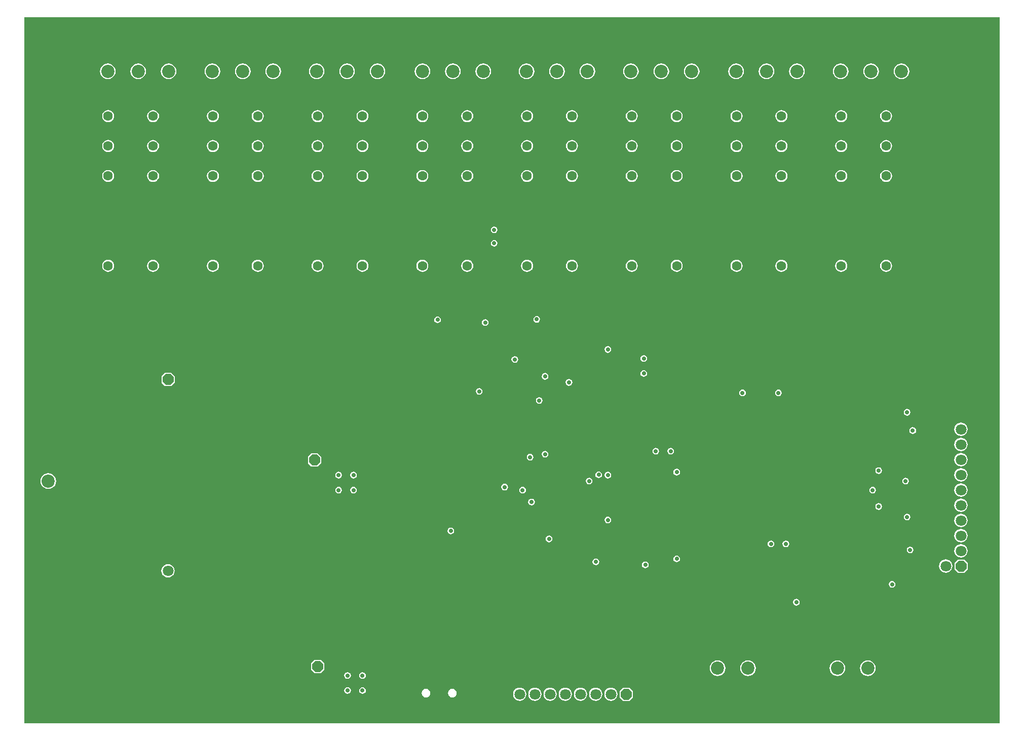
<source format=gbr>
%TF.GenerationSoftware,Altium Limited,Altium Designer,22.4.2 (48)*%
G04 Layer_Physical_Order=2*
G04 Layer_Color=36540*
%FSLAX45Y45*%
%MOMM*%
%TF.SameCoordinates,D9E3D5A9-656C-4745-A5A9-85A6BD0C2532*%
%TF.FilePolarity,Positive*%
%TF.FileFunction,Copper,L2,Inr,Signal*%
%TF.Part,Single*%
G01*
G75*
%TA.AperFunction,ComponentPad*%
%ADD34C,1.80000*%
G04:AMPARAMS|DCode=35|XSize=1.8mm|YSize=1.8mm|CornerRadius=0mm|HoleSize=0mm|Usage=FLASHONLY|Rotation=90.000|XOffset=0mm|YOffset=0mm|HoleType=Round|Shape=Octagon|*
%AMOCTAGOND35*
4,1,8,0.45000,0.90000,-0.45000,0.90000,-0.90000,0.45000,-0.90000,-0.45000,-0.45000,-0.90000,0.45000,-0.90000,0.90000,-0.45000,0.90000,0.45000,0.45000,0.90000,0.0*
%
%ADD35OCTAGOND35*%

%ADD36C,2.20000*%
G04:AMPARAMS|DCode=37|XSize=1.8mm|YSize=1.8mm|CornerRadius=0mm|HoleSize=0mm|Usage=FLASHONLY|Rotation=180.000|XOffset=0mm|YOffset=0mm|HoleType=Round|Shape=Octagon|*
%AMOCTAGOND37*
4,1,8,-0.90000,0.45000,-0.90000,-0.45000,-0.45000,-0.90000,0.45000,-0.90000,0.90000,-0.45000,0.90000,0.45000,0.45000,0.90000,-0.45000,0.90000,-0.90000,0.45000,0.0*
%
%ADD37OCTAGOND37*%

%ADD38C,1.60000*%
%TA.AperFunction,ViaPad*%
%ADD39C,7.00000*%
%ADD40C,0.70000*%
G36*
X16400000Y100000D02*
X100000D01*
Y11900000D01*
X16400000D01*
Y100000D01*
D02*
G37*
%LPC*%
G36*
X14758000Y11131122D02*
X14724063Y11126654D01*
X14692439Y11113555D01*
X14665283Y11092717D01*
X14644444Y11065561D01*
X14631346Y11033937D01*
X14626878Y11000000D01*
X14631346Y10966063D01*
X14644444Y10934439D01*
X14665283Y10907283D01*
X14692439Y10886445D01*
X14724063Y10873346D01*
X14758000Y10868878D01*
X14791937Y10873346D01*
X14823561Y10886445D01*
X14850717Y10907283D01*
X14871555Y10934439D01*
X14884654Y10966063D01*
X14889122Y11000000D01*
X14884654Y11033937D01*
X14871555Y11065561D01*
X14850717Y11092717D01*
X14823561Y11113555D01*
X14791937Y11126654D01*
X14758000Y11131122D01*
D02*
G37*
G36*
X14250000D02*
X14216063Y11126654D01*
X14184439Y11113555D01*
X14157283Y11092717D01*
X14136446Y11065561D01*
X14123346Y11033937D01*
X14118878Y11000000D01*
X14123346Y10966063D01*
X14136446Y10934439D01*
X14157283Y10907283D01*
X14184439Y10886445D01*
X14216063Y10873346D01*
X14250000Y10868878D01*
X14283937Y10873346D01*
X14315561Y10886445D01*
X14342717Y10907283D01*
X14363554Y10934439D01*
X14376654Y10966063D01*
X14381122Y11000000D01*
X14376654Y11033937D01*
X14363554Y11065561D01*
X14342717Y11092717D01*
X14315561Y11113555D01*
X14283937Y11126654D01*
X14250000Y11131122D01*
D02*
G37*
G36*
X13742000D02*
X13708063Y11126654D01*
X13676439Y11113555D01*
X13649283Y11092717D01*
X13628445Y11065561D01*
X13615346Y11033937D01*
X13610878Y11000000D01*
X13615346Y10966063D01*
X13628445Y10934439D01*
X13649283Y10907283D01*
X13676439Y10886445D01*
X13708063Y10873346D01*
X13742000Y10868878D01*
X13775937Y10873346D01*
X13807561Y10886445D01*
X13834717Y10907283D01*
X13855556Y10934439D01*
X13868654Y10966063D01*
X13873122Y11000000D01*
X13868654Y11033937D01*
X13855556Y11065561D01*
X13834717Y11092717D01*
X13807561Y11113555D01*
X13775937Y11126654D01*
X13742000Y11131122D01*
D02*
G37*
G36*
X13007999D02*
X12974063Y11126654D01*
X12942438Y11113555D01*
X12915282Y11092717D01*
X12894444Y11065561D01*
X12881346Y11033937D01*
X12876878Y11000000D01*
X12881346Y10966063D01*
X12894444Y10934439D01*
X12915282Y10907283D01*
X12942438Y10886445D01*
X12974063Y10873346D01*
X13007999Y10868878D01*
X13041936Y10873346D01*
X13073560Y10886445D01*
X13100716Y10907283D01*
X13121555Y10934439D01*
X13134653Y10966063D01*
X13139120Y11000000D01*
X13134653Y11033937D01*
X13121555Y11065561D01*
X13100716Y11092717D01*
X13073560Y11113555D01*
X13041936Y11126654D01*
X13007999Y11131122D01*
D02*
G37*
G36*
X12499999D02*
X12466063Y11126654D01*
X12434438Y11113555D01*
X12407282Y11092717D01*
X12386445Y11065561D01*
X12373346Y11033937D01*
X12368878Y11000000D01*
X12373346Y10966063D01*
X12386445Y10934439D01*
X12407282Y10907283D01*
X12434438Y10886445D01*
X12466063Y10873346D01*
X12499999Y10868878D01*
X12533936Y10873346D01*
X12565560Y10886445D01*
X12592716Y10907283D01*
X12613554Y10934439D01*
X12626653Y10966063D01*
X12631121Y11000000D01*
X12626653Y11033937D01*
X12613554Y11065561D01*
X12592716Y11092717D01*
X12565560Y11113555D01*
X12533936Y11126654D01*
X12499999Y11131122D01*
D02*
G37*
G36*
X11991999D02*
X11958063Y11126654D01*
X11926438Y11113555D01*
X11899282Y11092717D01*
X11878445Y11065561D01*
X11865346Y11033937D01*
X11860878Y11000000D01*
X11865346Y10966063D01*
X11878445Y10934439D01*
X11899282Y10907283D01*
X11926438Y10886445D01*
X11958063Y10873346D01*
X11991999Y10868878D01*
X12025936Y10873346D01*
X12057560Y10886445D01*
X12084716Y10907283D01*
X12105554Y10934439D01*
X12118653Y10966063D01*
X12123121Y11000000D01*
X12118653Y11033937D01*
X12105554Y11065561D01*
X12084716Y11092717D01*
X12057560Y11113555D01*
X12025936Y11126654D01*
X11991999Y11131122D01*
D02*
G37*
G36*
X11249999D02*
X11216063Y11126654D01*
X11184438Y11113555D01*
X11157282Y11092717D01*
X11136445Y11065561D01*
X11123346Y11033937D01*
X11118878Y11000000D01*
X11123346Y10966063D01*
X11136445Y10934439D01*
X11157282Y10907283D01*
X11184438Y10886445D01*
X11216063Y10873346D01*
X11249999Y10868878D01*
X11283936Y10873346D01*
X11315560Y10886445D01*
X11342716Y10907283D01*
X11363554Y10934439D01*
X11376653Y10966063D01*
X11381121Y11000000D01*
X11376653Y11033937D01*
X11363554Y11065561D01*
X11342716Y11092717D01*
X11315560Y11113555D01*
X11283936Y11126654D01*
X11249999Y11131122D01*
D02*
G37*
G36*
X10741999D02*
X10708063Y11126654D01*
X10676438Y11113555D01*
X10649282Y11092717D01*
X10628445Y11065561D01*
X10615346Y11033937D01*
X10610878Y11000000D01*
X10615346Y10966063D01*
X10628445Y10934439D01*
X10649282Y10907283D01*
X10676438Y10886445D01*
X10708063Y10873346D01*
X10741999Y10868878D01*
X10775936Y10873346D01*
X10807560Y10886445D01*
X10834716Y10907283D01*
X10855554Y10934439D01*
X10868653Y10966063D01*
X10873121Y11000000D01*
X10868653Y11033937D01*
X10855554Y11065561D01*
X10834716Y11092717D01*
X10807560Y11113555D01*
X10775936Y11126654D01*
X10741999Y11131122D01*
D02*
G37*
G36*
X10233999D02*
X10200063Y11126654D01*
X10168438Y11113555D01*
X10141282Y11092717D01*
X10120445Y11065561D01*
X10107346Y11033937D01*
X10102878Y11000000D01*
X10107346Y10966063D01*
X10120445Y10934439D01*
X10141282Y10907283D01*
X10168438Y10886445D01*
X10200063Y10873346D01*
X10233999Y10868878D01*
X10267936Y10873346D01*
X10299560Y10886445D01*
X10326716Y10907283D01*
X10347554Y10934439D01*
X10360653Y10966063D01*
X10365121Y11000000D01*
X10360653Y11033937D01*
X10347554Y11065561D01*
X10326716Y11092717D01*
X10299560Y11113555D01*
X10267936Y11126654D01*
X10233999Y11131122D01*
D02*
G37*
G36*
X9507999D02*
X9474063Y11126654D01*
X9442438Y11113555D01*
X9415282Y11092717D01*
X9394445Y11065561D01*
X9381345Y11033937D01*
X9376878Y11000000D01*
X9381345Y10966063D01*
X9394445Y10934439D01*
X9415282Y10907283D01*
X9442438Y10886445D01*
X9474063Y10873346D01*
X9507999Y10868878D01*
X9541936Y10873346D01*
X9573560Y10886445D01*
X9600716Y10907283D01*
X9621554Y10934439D01*
X9634653Y10966063D01*
X9639121Y11000000D01*
X9634653Y11033937D01*
X9621554Y11065561D01*
X9600716Y11092717D01*
X9573560Y11113555D01*
X9541936Y11126654D01*
X9507999Y11131122D01*
D02*
G37*
G36*
X8999999D02*
X8966063Y11126654D01*
X8934438Y11113555D01*
X8907282Y11092717D01*
X8886445Y11065561D01*
X8873345Y11033937D01*
X8868878Y11000000D01*
X8873345Y10966063D01*
X8886445Y10934439D01*
X8907282Y10907283D01*
X8934438Y10886445D01*
X8966063Y10873346D01*
X8999999Y10868878D01*
X9033936Y10873346D01*
X9065560Y10886445D01*
X9092716Y10907283D01*
X9113554Y10934439D01*
X9126653Y10966063D01*
X9131121Y11000000D01*
X9126653Y11033937D01*
X9113554Y11065561D01*
X9092716Y11092717D01*
X9065560Y11113555D01*
X9033936Y11126654D01*
X8999999Y11131122D01*
D02*
G37*
G36*
X8491999D02*
X8458063Y11126654D01*
X8426438Y11113555D01*
X8399282Y11092717D01*
X8378445Y11065561D01*
X8365345Y11033937D01*
X8360878Y11000000D01*
X8365345Y10966063D01*
X8378445Y10934439D01*
X8399282Y10907283D01*
X8426438Y10886445D01*
X8458063Y10873346D01*
X8491999Y10868878D01*
X8525936Y10873346D01*
X8557560Y10886445D01*
X8584716Y10907283D01*
X8605554Y10934439D01*
X8618653Y10966063D01*
X8623121Y11000000D01*
X8618653Y11033937D01*
X8605554Y11065561D01*
X8584716Y11092717D01*
X8557560Y11113555D01*
X8525936Y11126654D01*
X8491999Y11131122D01*
D02*
G37*
G36*
X7765999D02*
X7732063Y11126654D01*
X7700439Y11113555D01*
X7673282Y11092717D01*
X7652445Y11065561D01*
X7639346Y11033937D01*
X7634878Y11000000D01*
X7639346Y10966063D01*
X7652445Y10934439D01*
X7673282Y10907283D01*
X7700439Y10886445D01*
X7732063Y10873346D01*
X7765999Y10868878D01*
X7799936Y10873346D01*
X7831560Y10886445D01*
X7858717Y10907283D01*
X7879554Y10934439D01*
X7892653Y10966063D01*
X7897121Y11000000D01*
X7892653Y11033937D01*
X7879554Y11065561D01*
X7858717Y11092717D01*
X7831560Y11113555D01*
X7799936Y11126654D01*
X7765999Y11131122D01*
D02*
G37*
G36*
X7257999D02*
X7224063Y11126654D01*
X7192439Y11113555D01*
X7165282Y11092717D01*
X7144445Y11065561D01*
X7131346Y11033937D01*
X7126878Y11000000D01*
X7131346Y10966063D01*
X7144445Y10934439D01*
X7165282Y10907283D01*
X7192439Y10886445D01*
X7224063Y10873346D01*
X7257999Y10868878D01*
X7291936Y10873346D01*
X7323560Y10886445D01*
X7350717Y10907283D01*
X7371554Y10934439D01*
X7384653Y10966063D01*
X7389121Y11000000D01*
X7384653Y11033937D01*
X7371554Y11065561D01*
X7350717Y11092717D01*
X7323560Y11113555D01*
X7291936Y11126654D01*
X7257999Y11131122D01*
D02*
G37*
G36*
X6749999D02*
X6716063Y11126654D01*
X6684439Y11113555D01*
X6657282Y11092717D01*
X6636445Y11065561D01*
X6623346Y11033937D01*
X6618878Y11000000D01*
X6623346Y10966063D01*
X6636445Y10934439D01*
X6657282Y10907283D01*
X6684439Y10886445D01*
X6716063Y10873346D01*
X6749999Y10868878D01*
X6783936Y10873346D01*
X6815560Y10886445D01*
X6842717Y10907283D01*
X6863554Y10934439D01*
X6876653Y10966063D01*
X6881121Y11000000D01*
X6876653Y11033937D01*
X6863554Y11065561D01*
X6842717Y11092717D01*
X6815560Y11113555D01*
X6783936Y11126654D01*
X6749999Y11131122D01*
D02*
G37*
G36*
X5999999D02*
X5966063Y11126654D01*
X5934439Y11113555D01*
X5907282Y11092717D01*
X5886445Y11065561D01*
X5873346Y11033937D01*
X5868878Y11000000D01*
X5873346Y10966063D01*
X5886445Y10934439D01*
X5907282Y10907283D01*
X5934439Y10886445D01*
X5966063Y10873346D01*
X5999999Y10868878D01*
X6033936Y10873346D01*
X6065560Y10886445D01*
X6092717Y10907283D01*
X6113554Y10934439D01*
X6126653Y10966063D01*
X6131121Y11000000D01*
X6126653Y11033937D01*
X6113554Y11065561D01*
X6092717Y11092717D01*
X6065560Y11113555D01*
X6033936Y11126654D01*
X5999999Y11131122D01*
D02*
G37*
G36*
X5491999D02*
X5458063Y11126654D01*
X5426439Y11113555D01*
X5399282Y11092717D01*
X5378445Y11065561D01*
X5365346Y11033937D01*
X5360878Y11000000D01*
X5365346Y10966063D01*
X5378445Y10934439D01*
X5399282Y10907283D01*
X5426439Y10886445D01*
X5458063Y10873346D01*
X5491999Y10868878D01*
X5525936Y10873346D01*
X5557560Y10886445D01*
X5584717Y10907283D01*
X5605554Y10934439D01*
X5618653Y10966063D01*
X5623121Y11000000D01*
X5618653Y11033937D01*
X5605554Y11065561D01*
X5584717Y11092717D01*
X5557560Y11113555D01*
X5525936Y11126654D01*
X5491999Y11131122D01*
D02*
G37*
G36*
X4983999D02*
X4950063Y11126654D01*
X4918439Y11113555D01*
X4891282Y11092717D01*
X4870445Y11065561D01*
X4857346Y11033937D01*
X4852878Y11000000D01*
X4857346Y10966063D01*
X4870445Y10934439D01*
X4891282Y10907283D01*
X4918439Y10886445D01*
X4950063Y10873346D01*
X4983999Y10868878D01*
X5017936Y10873346D01*
X5049560Y10886445D01*
X5076717Y10907283D01*
X5097554Y10934439D01*
X5110653Y10966063D01*
X5115121Y11000000D01*
X5110653Y11033937D01*
X5097554Y11065561D01*
X5076717Y11092717D01*
X5049560Y11113555D01*
X5017936Y11126654D01*
X4983999Y11131122D01*
D02*
G37*
G36*
X4258000D02*
X4224063Y11126654D01*
X4192439Y11113555D01*
X4165283Y11092717D01*
X4144445Y11065561D01*
X4131346Y11033937D01*
X4126878Y11000000D01*
X4131346Y10966063D01*
X4144445Y10934439D01*
X4165283Y10907283D01*
X4192439Y10886445D01*
X4224063Y10873346D01*
X4258000Y10868878D01*
X4291937Y10873346D01*
X4323561Y10886445D01*
X4350717Y10907283D01*
X4371555Y10934439D01*
X4384654Y10966063D01*
X4389122Y11000000D01*
X4384654Y11033937D01*
X4371555Y11065561D01*
X4350717Y11092717D01*
X4323561Y11113555D01*
X4291937Y11126654D01*
X4258000Y11131122D01*
D02*
G37*
G36*
X3750000D02*
X3716063Y11126654D01*
X3684439Y11113555D01*
X3657283Y11092717D01*
X3636445Y11065561D01*
X3623346Y11033937D01*
X3618878Y11000000D01*
X3623346Y10966063D01*
X3636445Y10934439D01*
X3657283Y10907283D01*
X3684439Y10886445D01*
X3716063Y10873346D01*
X3750000Y10868878D01*
X3783937Y10873346D01*
X3815561Y10886445D01*
X3842717Y10907283D01*
X3863555Y10934439D01*
X3876654Y10966063D01*
X3881122Y11000000D01*
X3876654Y11033937D01*
X3863555Y11065561D01*
X3842717Y11092717D01*
X3815561Y11113555D01*
X3783937Y11126654D01*
X3750000Y11131122D01*
D02*
G37*
G36*
X3242000D02*
X3208063Y11126654D01*
X3176439Y11113555D01*
X3149283Y11092717D01*
X3128445Y11065561D01*
X3115346Y11033937D01*
X3110878Y11000000D01*
X3115346Y10966063D01*
X3128445Y10934439D01*
X3149283Y10907283D01*
X3176439Y10886445D01*
X3208063Y10873346D01*
X3242000Y10868878D01*
X3275937Y10873346D01*
X3307561Y10886445D01*
X3334717Y10907283D01*
X3355555Y10934439D01*
X3368654Y10966063D01*
X3373122Y11000000D01*
X3368654Y11033937D01*
X3355555Y11065561D01*
X3334717Y11092717D01*
X3307561Y11113555D01*
X3275937Y11126654D01*
X3242000Y11131122D01*
D02*
G37*
G36*
X2508000D02*
X2474063Y11126654D01*
X2442439Y11113555D01*
X2415283Y11092717D01*
X2394445Y11065561D01*
X2381346Y11033937D01*
X2376878Y11000000D01*
X2381346Y10966063D01*
X2394445Y10934439D01*
X2415283Y10907283D01*
X2442439Y10886445D01*
X2474063Y10873346D01*
X2508000Y10868878D01*
X2541936Y10873346D01*
X2573561Y10886445D01*
X2600717Y10907283D01*
X2621555Y10934439D01*
X2634654Y10966063D01*
X2639121Y11000000D01*
X2634654Y11033937D01*
X2621555Y11065561D01*
X2600717Y11092717D01*
X2573561Y11113555D01*
X2541936Y11126654D01*
X2508000Y11131122D01*
D02*
G37*
G36*
X2000000D02*
X1966063Y11126654D01*
X1934439Y11113555D01*
X1907283Y11092717D01*
X1886445Y11065561D01*
X1873346Y11033937D01*
X1868878Y11000000D01*
X1873346Y10966063D01*
X1886445Y10934439D01*
X1907283Y10907283D01*
X1934439Y10886445D01*
X1966063Y10873346D01*
X2000000Y10868878D01*
X2033936Y10873346D01*
X2065561Y10886445D01*
X2092717Y10907283D01*
X2113555Y10934439D01*
X2126654Y10966063D01*
X2131121Y11000000D01*
X2126654Y11033937D01*
X2113555Y11065561D01*
X2092717Y11092717D01*
X2065561Y11113555D01*
X2033936Y11126654D01*
X2000000Y11131122D01*
D02*
G37*
G36*
X1492000D02*
X1458063Y11126654D01*
X1426439Y11113555D01*
X1399283Y11092717D01*
X1378445Y11065561D01*
X1365346Y11033937D01*
X1360878Y11000000D01*
X1365346Y10966063D01*
X1378445Y10934439D01*
X1399283Y10907283D01*
X1426439Y10886445D01*
X1458063Y10873346D01*
X1492000Y10868878D01*
X1525936Y10873346D01*
X1557561Y10886445D01*
X1584717Y10907283D01*
X1605555Y10934439D01*
X1618654Y10966063D01*
X1623121Y11000000D01*
X1618654Y11033937D01*
X1605555Y11065561D01*
X1584717Y11092717D01*
X1557561Y11113555D01*
X1525936Y11126654D01*
X1492000Y11131122D01*
D02*
G37*
G36*
X14500000Y10350863D02*
X14473895Y10347426D01*
X14449570Y10337350D01*
X14428679Y10321321D01*
X14412650Y10300432D01*
X14402574Y10276105D01*
X14399136Y10250000D01*
X14402574Y10223895D01*
X14412650Y10199569D01*
X14428679Y10178679D01*
X14449570Y10162650D01*
X14473895Y10152574D01*
X14500000Y10149137D01*
X14526105Y10152574D01*
X14550430Y10162650D01*
X14571321Y10178679D01*
X14587350Y10199569D01*
X14597426Y10223895D01*
X14600864Y10250000D01*
X14597426Y10276105D01*
X14587350Y10300432D01*
X14571321Y10321321D01*
X14550430Y10337350D01*
X14526105Y10347426D01*
X14500000Y10350863D01*
D02*
G37*
G36*
X13750000D02*
X13723895Y10347426D01*
X13699570Y10337350D01*
X13678679Y10321321D01*
X13662650Y10300432D01*
X13652574Y10276105D01*
X13649136Y10250000D01*
X13652574Y10223895D01*
X13662650Y10199569D01*
X13678679Y10178679D01*
X13699570Y10162650D01*
X13723895Y10152574D01*
X13750000Y10149137D01*
X13776105Y10152574D01*
X13800430Y10162650D01*
X13821321Y10178679D01*
X13837350Y10199569D01*
X13847426Y10223895D01*
X13850864Y10250000D01*
X13847426Y10276105D01*
X13837350Y10300432D01*
X13821321Y10321321D01*
X13800430Y10337350D01*
X13776105Y10347426D01*
X13750000Y10350863D01*
D02*
G37*
G36*
X12750000D02*
X12723895Y10347426D01*
X12699569Y10337350D01*
X12678679Y10321321D01*
X12662650Y10300432D01*
X12652574Y10276105D01*
X12649137Y10250000D01*
X12652574Y10223895D01*
X12662650Y10199569D01*
X12678679Y10178679D01*
X12699569Y10162650D01*
X12723895Y10152574D01*
X12750000Y10149137D01*
X12776105Y10152574D01*
X12800430Y10162650D01*
X12821321Y10178679D01*
X12837349Y10199569D01*
X12847426Y10223895D01*
X12850864Y10250000D01*
X12847426Y10276105D01*
X12837349Y10300432D01*
X12821321Y10321321D01*
X12800430Y10337350D01*
X12776105Y10347426D01*
X12750000Y10350863D01*
D02*
G37*
G36*
X12000000D02*
X11973895Y10347426D01*
X11949569Y10337350D01*
X11928679Y10321321D01*
X11912650Y10300432D01*
X11902574Y10276105D01*
X11899137Y10250000D01*
X11902574Y10223895D01*
X11912650Y10199569D01*
X11928679Y10178679D01*
X11949569Y10162650D01*
X11973895Y10152574D01*
X12000000Y10149137D01*
X12026105Y10152574D01*
X12050431Y10162650D01*
X12071321Y10178679D01*
X12087349Y10199569D01*
X12097426Y10223895D01*
X12100863Y10250000D01*
X12097426Y10276105D01*
X12087349Y10300432D01*
X12071321Y10321321D01*
X12050431Y10337350D01*
X12026105Y10347426D01*
X12000000Y10350863D01*
D02*
G37*
G36*
X11000000D02*
X10973895Y10347426D01*
X10949569Y10337350D01*
X10928679Y10321321D01*
X10912651Y10300432D01*
X10902574Y10276105D01*
X10899137Y10250000D01*
X10902574Y10223895D01*
X10912651Y10199569D01*
X10928679Y10178679D01*
X10949569Y10162650D01*
X10973895Y10152574D01*
X11000000Y10149137D01*
X11026105Y10152574D01*
X11050432Y10162650D01*
X11071321Y10178679D01*
X11087350Y10199569D01*
X11097426Y10223895D01*
X11100863Y10250000D01*
X11097426Y10276105D01*
X11087350Y10300432D01*
X11071321Y10321321D01*
X11050432Y10337350D01*
X11026105Y10347426D01*
X11000000Y10350863D01*
D02*
G37*
G36*
X10250000D02*
X10223895Y10347426D01*
X10199569Y10337350D01*
X10178679Y10321321D01*
X10162650Y10300432D01*
X10152574Y10276105D01*
X10149137Y10250000D01*
X10152574Y10223895D01*
X10162650Y10199569D01*
X10178679Y10178679D01*
X10199569Y10162650D01*
X10223895Y10152574D01*
X10250000Y10149137D01*
X10276105Y10152574D01*
X10300432Y10162650D01*
X10321321Y10178679D01*
X10337350Y10199569D01*
X10347426Y10223895D01*
X10350863Y10250000D01*
X10347426Y10276105D01*
X10337350Y10300432D01*
X10321321Y10321321D01*
X10300432Y10337350D01*
X10276105Y10347426D01*
X10250000Y10350863D01*
D02*
G37*
G36*
X9250000D02*
X9223895Y10347426D01*
X9199569Y10337350D01*
X9178679Y10321321D01*
X9162650Y10300432D01*
X9152574Y10276105D01*
X9149137Y10250000D01*
X9152574Y10223895D01*
X9162650Y10199569D01*
X9178679Y10178679D01*
X9199569Y10162650D01*
X9223895Y10152574D01*
X9250000Y10149137D01*
X9276105Y10152574D01*
X9300431Y10162650D01*
X9321321Y10178679D01*
X9337350Y10199569D01*
X9347426Y10223895D01*
X9350863Y10250000D01*
X9347426Y10276105D01*
X9337350Y10300432D01*
X9321321Y10321321D01*
X9300431Y10337350D01*
X9276105Y10347426D01*
X9250000Y10350863D01*
D02*
G37*
G36*
X8500000D02*
X8473895Y10347426D01*
X8449569Y10337350D01*
X8428679Y10321321D01*
X8412650Y10300432D01*
X8402574Y10276105D01*
X8399137Y10250000D01*
X8402574Y10223895D01*
X8412650Y10199569D01*
X8428679Y10178679D01*
X8449569Y10162650D01*
X8473895Y10152574D01*
X8500000Y10149137D01*
X8526105Y10152574D01*
X8550431Y10162650D01*
X8571321Y10178679D01*
X8587350Y10199569D01*
X8597426Y10223895D01*
X8600863Y10250000D01*
X8597426Y10276105D01*
X8587350Y10300432D01*
X8571321Y10321321D01*
X8550431Y10337350D01*
X8526105Y10347426D01*
X8500000Y10350863D01*
D02*
G37*
G36*
X7500000D02*
X7473895Y10347426D01*
X7449569Y10337350D01*
X7428679Y10321321D01*
X7412650Y10300432D01*
X7402574Y10276105D01*
X7399137Y10250000D01*
X7402574Y10223895D01*
X7412650Y10199569D01*
X7428679Y10178679D01*
X7449569Y10162650D01*
X7473895Y10152574D01*
X7500000Y10149137D01*
X7526105Y10152574D01*
X7550431Y10162650D01*
X7571321Y10178679D01*
X7587350Y10199569D01*
X7597426Y10223895D01*
X7600863Y10250000D01*
X7597426Y10276105D01*
X7587350Y10300432D01*
X7571321Y10321321D01*
X7550431Y10337350D01*
X7526105Y10347426D01*
X7500000Y10350863D01*
D02*
G37*
G36*
X6750000D02*
X6723895Y10347426D01*
X6699569Y10337350D01*
X6678679Y10321321D01*
X6662650Y10300432D01*
X6652574Y10276105D01*
X6649137Y10250000D01*
X6652574Y10223895D01*
X6662650Y10199569D01*
X6678679Y10178679D01*
X6699569Y10162650D01*
X6723895Y10152574D01*
X6750000Y10149137D01*
X6776105Y10152574D01*
X6800431Y10162650D01*
X6821321Y10178679D01*
X6837350Y10199569D01*
X6847426Y10223895D01*
X6850863Y10250000D01*
X6847426Y10276105D01*
X6837350Y10300432D01*
X6821321Y10321321D01*
X6800431Y10337350D01*
X6776105Y10347426D01*
X6750000Y10350863D01*
D02*
G37*
G36*
X5750000D02*
X5723895Y10347426D01*
X5699568Y10337350D01*
X5678679Y10321321D01*
X5662650Y10300432D01*
X5652574Y10276105D01*
X5649137Y10250000D01*
X5652574Y10223895D01*
X5662650Y10199569D01*
X5678679Y10178679D01*
X5699568Y10162650D01*
X5723895Y10152574D01*
X5750000Y10149137D01*
X5776105Y10152574D01*
X5800431Y10162650D01*
X5821321Y10178679D01*
X5837350Y10199569D01*
X5847426Y10223895D01*
X5850863Y10250000D01*
X5847426Y10276105D01*
X5837350Y10300432D01*
X5821321Y10321321D01*
X5800431Y10337350D01*
X5776105Y10347426D01*
X5750000Y10350863D01*
D02*
G37*
G36*
X5000000D02*
X4973895Y10347426D01*
X4949568Y10337350D01*
X4928679Y10321321D01*
X4912650Y10300432D01*
X4902574Y10276105D01*
X4899137Y10250000D01*
X4902574Y10223895D01*
X4912650Y10199569D01*
X4928679Y10178679D01*
X4949568Y10162650D01*
X4973895Y10152574D01*
X5000000Y10149137D01*
X5026105Y10152574D01*
X5050431Y10162650D01*
X5071321Y10178679D01*
X5087349Y10199569D01*
X5097426Y10223895D01*
X5100863Y10250000D01*
X5097426Y10276105D01*
X5087349Y10300432D01*
X5071321Y10321321D01*
X5050431Y10337350D01*
X5026105Y10347426D01*
X5000000Y10350863D01*
D02*
G37*
G36*
X4000000D02*
X3973895Y10347426D01*
X3949568Y10337350D01*
X3928679Y10321321D01*
X3912650Y10300432D01*
X3902574Y10276105D01*
X3899137Y10250000D01*
X3902574Y10223895D01*
X3912650Y10199569D01*
X3928679Y10178679D01*
X3949568Y10162650D01*
X3973895Y10152574D01*
X4000000Y10149137D01*
X4026105Y10152574D01*
X4050431Y10162650D01*
X4071321Y10178679D01*
X4087349Y10199569D01*
X4097426Y10223895D01*
X4100863Y10250000D01*
X4097426Y10276105D01*
X4087349Y10300432D01*
X4071321Y10321321D01*
X4050431Y10337350D01*
X4026105Y10347426D01*
X4000000Y10350863D01*
D02*
G37*
G36*
X3250000D02*
X3223895Y10347426D01*
X3199568Y10337350D01*
X3178679Y10321321D01*
X3162650Y10300432D01*
X3152574Y10276105D01*
X3149137Y10250000D01*
X3152574Y10223895D01*
X3162650Y10199569D01*
X3178679Y10178679D01*
X3199568Y10162650D01*
X3223895Y10152574D01*
X3250000Y10149137D01*
X3276105Y10152574D01*
X3300431Y10162650D01*
X3321321Y10178679D01*
X3337349Y10199569D01*
X3347426Y10223895D01*
X3350862Y10250000D01*
X3347426Y10276105D01*
X3337349Y10300432D01*
X3321321Y10321321D01*
X3300431Y10337350D01*
X3276105Y10347426D01*
X3250000Y10350863D01*
D02*
G37*
G36*
X2250000D02*
X2223895Y10347426D01*
X2199569Y10337350D01*
X2178679Y10321321D01*
X2162650Y10300432D01*
X2152574Y10276105D01*
X2149137Y10250000D01*
X2152574Y10223895D01*
X2162650Y10199569D01*
X2178679Y10178679D01*
X2199569Y10162650D01*
X2223895Y10152574D01*
X2250000Y10149137D01*
X2276105Y10152574D01*
X2300431Y10162650D01*
X2321321Y10178679D01*
X2337350Y10199569D01*
X2347426Y10223895D01*
X2350863Y10250000D01*
X2347426Y10276105D01*
X2337350Y10300432D01*
X2321321Y10321321D01*
X2300431Y10337350D01*
X2276105Y10347426D01*
X2250000Y10350863D01*
D02*
G37*
G36*
X1500000D02*
X1473895Y10347426D01*
X1449569Y10337350D01*
X1428679Y10321321D01*
X1412650Y10300432D01*
X1402574Y10276105D01*
X1399137Y10250000D01*
X1402574Y10223895D01*
X1412650Y10199569D01*
X1428679Y10178679D01*
X1449569Y10162650D01*
X1473895Y10152574D01*
X1500000Y10149137D01*
X1526105Y10152574D01*
X1550431Y10162650D01*
X1571321Y10178679D01*
X1587350Y10199569D01*
X1597426Y10223895D01*
X1600863Y10250000D01*
X1597426Y10276105D01*
X1587350Y10300432D01*
X1571321Y10321321D01*
X1550431Y10337350D01*
X1526105Y10347426D01*
X1500000Y10350863D01*
D02*
G37*
G36*
X14500000Y9850863D02*
X14473895Y9847426D01*
X14449570Y9837350D01*
X14428679Y9821321D01*
X14412650Y9800432D01*
X14402574Y9776105D01*
X14399136Y9750000D01*
X14402574Y9723895D01*
X14412650Y9699569D01*
X14428679Y9678679D01*
X14449570Y9662650D01*
X14473895Y9652574D01*
X14500000Y9649137D01*
X14526105Y9652574D01*
X14550430Y9662650D01*
X14571321Y9678679D01*
X14587350Y9699569D01*
X14597426Y9723895D01*
X14600864Y9750000D01*
X14597426Y9776105D01*
X14587350Y9800432D01*
X14571321Y9821321D01*
X14550430Y9837350D01*
X14526105Y9847426D01*
X14500000Y9850863D01*
D02*
G37*
G36*
X13750000D02*
X13723895Y9847426D01*
X13699570Y9837350D01*
X13678679Y9821321D01*
X13662650Y9800432D01*
X13652574Y9776105D01*
X13649136Y9750000D01*
X13652574Y9723895D01*
X13662650Y9699569D01*
X13678679Y9678679D01*
X13699570Y9662650D01*
X13723895Y9652574D01*
X13750000Y9649137D01*
X13776105Y9652574D01*
X13800430Y9662650D01*
X13821321Y9678679D01*
X13837350Y9699569D01*
X13847426Y9723895D01*
X13850864Y9750000D01*
X13847426Y9776105D01*
X13837350Y9800432D01*
X13821321Y9821321D01*
X13800430Y9837350D01*
X13776105Y9847426D01*
X13750000Y9850863D01*
D02*
G37*
G36*
X12750000D02*
X12723895Y9847426D01*
X12699569Y9837350D01*
X12678679Y9821321D01*
X12662650Y9800432D01*
X12652574Y9776105D01*
X12649137Y9750000D01*
X12652574Y9723895D01*
X12662650Y9699569D01*
X12678679Y9678679D01*
X12699569Y9662650D01*
X12723895Y9652574D01*
X12750000Y9649137D01*
X12776105Y9652574D01*
X12800430Y9662650D01*
X12821321Y9678679D01*
X12837349Y9699569D01*
X12847426Y9723895D01*
X12850864Y9750000D01*
X12847426Y9776105D01*
X12837349Y9800432D01*
X12821321Y9821321D01*
X12800430Y9837350D01*
X12776105Y9847426D01*
X12750000Y9850863D01*
D02*
G37*
G36*
X12000000D02*
X11973895Y9847426D01*
X11949569Y9837350D01*
X11928679Y9821321D01*
X11912650Y9800432D01*
X11902574Y9776105D01*
X11899137Y9750000D01*
X11902574Y9723895D01*
X11912650Y9699569D01*
X11928679Y9678679D01*
X11949569Y9662650D01*
X11973895Y9652574D01*
X12000000Y9649137D01*
X12026105Y9652574D01*
X12050431Y9662650D01*
X12071321Y9678679D01*
X12087349Y9699569D01*
X12097426Y9723895D01*
X12100863Y9750000D01*
X12097426Y9776105D01*
X12087349Y9800432D01*
X12071321Y9821321D01*
X12050431Y9837350D01*
X12026105Y9847426D01*
X12000000Y9850863D01*
D02*
G37*
G36*
X11000000D02*
X10973895Y9847426D01*
X10949569Y9837350D01*
X10928679Y9821321D01*
X10912651Y9800432D01*
X10902574Y9776105D01*
X10899137Y9750000D01*
X10902574Y9723895D01*
X10912651Y9699569D01*
X10928679Y9678679D01*
X10949569Y9662650D01*
X10973895Y9652574D01*
X11000000Y9649137D01*
X11026105Y9652574D01*
X11050432Y9662650D01*
X11071321Y9678679D01*
X11087350Y9699569D01*
X11097426Y9723895D01*
X11100863Y9750000D01*
X11097426Y9776105D01*
X11087350Y9800432D01*
X11071321Y9821321D01*
X11050432Y9837350D01*
X11026105Y9847426D01*
X11000000Y9850863D01*
D02*
G37*
G36*
X10250000D02*
X10223895Y9847426D01*
X10199569Y9837350D01*
X10178679Y9821321D01*
X10162650Y9800432D01*
X10152574Y9776105D01*
X10149137Y9750000D01*
X10152574Y9723895D01*
X10162650Y9699569D01*
X10178679Y9678679D01*
X10199569Y9662650D01*
X10223895Y9652574D01*
X10250000Y9649137D01*
X10276105Y9652574D01*
X10300432Y9662650D01*
X10321321Y9678679D01*
X10337350Y9699569D01*
X10347426Y9723895D01*
X10350863Y9750000D01*
X10347426Y9776105D01*
X10337350Y9800432D01*
X10321321Y9821321D01*
X10300432Y9837350D01*
X10276105Y9847426D01*
X10250000Y9850863D01*
D02*
G37*
G36*
X9250000D02*
X9223895Y9847426D01*
X9199569Y9837350D01*
X9178679Y9821321D01*
X9162650Y9800432D01*
X9152574Y9776105D01*
X9149137Y9750000D01*
X9152574Y9723895D01*
X9162650Y9699569D01*
X9178679Y9678679D01*
X9199569Y9662650D01*
X9223895Y9652574D01*
X9250000Y9649137D01*
X9276105Y9652574D01*
X9300431Y9662650D01*
X9321321Y9678679D01*
X9337350Y9699569D01*
X9347426Y9723895D01*
X9350863Y9750000D01*
X9347426Y9776105D01*
X9337350Y9800432D01*
X9321321Y9821321D01*
X9300431Y9837350D01*
X9276105Y9847426D01*
X9250000Y9850863D01*
D02*
G37*
G36*
X8500000D02*
X8473895Y9847426D01*
X8449569Y9837350D01*
X8428679Y9821321D01*
X8412650Y9800432D01*
X8402574Y9776105D01*
X8399137Y9750000D01*
X8402574Y9723895D01*
X8412650Y9699569D01*
X8428679Y9678679D01*
X8449569Y9662650D01*
X8473895Y9652574D01*
X8500000Y9649137D01*
X8526105Y9652574D01*
X8550431Y9662650D01*
X8571321Y9678679D01*
X8587350Y9699569D01*
X8597426Y9723895D01*
X8600863Y9750000D01*
X8597426Y9776105D01*
X8587350Y9800432D01*
X8571321Y9821321D01*
X8550431Y9837350D01*
X8526105Y9847426D01*
X8500000Y9850863D01*
D02*
G37*
G36*
X7500000D02*
X7473895Y9847426D01*
X7449569Y9837350D01*
X7428679Y9821321D01*
X7412650Y9800432D01*
X7402574Y9776105D01*
X7399137Y9750000D01*
X7402574Y9723895D01*
X7412650Y9699569D01*
X7428679Y9678679D01*
X7449569Y9662650D01*
X7473895Y9652574D01*
X7500000Y9649137D01*
X7526105Y9652574D01*
X7550431Y9662650D01*
X7571321Y9678679D01*
X7587350Y9699569D01*
X7597426Y9723895D01*
X7600863Y9750000D01*
X7597426Y9776105D01*
X7587350Y9800432D01*
X7571321Y9821321D01*
X7550431Y9837350D01*
X7526105Y9847426D01*
X7500000Y9850863D01*
D02*
G37*
G36*
X6750000D02*
X6723895Y9847426D01*
X6699569Y9837350D01*
X6678679Y9821321D01*
X6662650Y9800432D01*
X6652574Y9776105D01*
X6649137Y9750000D01*
X6652574Y9723895D01*
X6662650Y9699569D01*
X6678679Y9678679D01*
X6699569Y9662650D01*
X6723895Y9652574D01*
X6750000Y9649137D01*
X6776105Y9652574D01*
X6800431Y9662650D01*
X6821321Y9678679D01*
X6837350Y9699569D01*
X6847426Y9723895D01*
X6850863Y9750000D01*
X6847426Y9776105D01*
X6837350Y9800432D01*
X6821321Y9821321D01*
X6800431Y9837350D01*
X6776105Y9847426D01*
X6750000Y9850863D01*
D02*
G37*
G36*
X5750000D02*
X5723895Y9847426D01*
X5699568Y9837350D01*
X5678679Y9821321D01*
X5662650Y9800432D01*
X5652574Y9776105D01*
X5649137Y9750000D01*
X5652574Y9723895D01*
X5662650Y9699569D01*
X5678679Y9678679D01*
X5699568Y9662650D01*
X5723895Y9652574D01*
X5750000Y9649137D01*
X5776105Y9652574D01*
X5800431Y9662650D01*
X5821321Y9678679D01*
X5837350Y9699569D01*
X5847426Y9723895D01*
X5850863Y9750000D01*
X5847426Y9776105D01*
X5837350Y9800432D01*
X5821321Y9821321D01*
X5800431Y9837350D01*
X5776105Y9847426D01*
X5750000Y9850863D01*
D02*
G37*
G36*
X5000000D02*
X4973895Y9847426D01*
X4949568Y9837350D01*
X4928679Y9821321D01*
X4912650Y9800432D01*
X4902574Y9776105D01*
X4899137Y9750000D01*
X4902574Y9723895D01*
X4912650Y9699569D01*
X4928679Y9678679D01*
X4949568Y9662650D01*
X4973895Y9652574D01*
X5000000Y9649137D01*
X5026105Y9652574D01*
X5050431Y9662650D01*
X5071321Y9678679D01*
X5087349Y9699569D01*
X5097426Y9723895D01*
X5100863Y9750000D01*
X5097426Y9776105D01*
X5087349Y9800432D01*
X5071321Y9821321D01*
X5050431Y9837350D01*
X5026105Y9847426D01*
X5000000Y9850863D01*
D02*
G37*
G36*
X4000000D02*
X3973895Y9847426D01*
X3949568Y9837350D01*
X3928679Y9821321D01*
X3912650Y9800432D01*
X3902574Y9776105D01*
X3899137Y9750000D01*
X3902574Y9723895D01*
X3912650Y9699569D01*
X3928679Y9678679D01*
X3949568Y9662650D01*
X3973895Y9652574D01*
X4000000Y9649137D01*
X4026105Y9652574D01*
X4050431Y9662650D01*
X4071321Y9678679D01*
X4087349Y9699569D01*
X4097426Y9723895D01*
X4100863Y9750000D01*
X4097426Y9776105D01*
X4087349Y9800432D01*
X4071321Y9821321D01*
X4050431Y9837350D01*
X4026105Y9847426D01*
X4000000Y9850863D01*
D02*
G37*
G36*
X3250000D02*
X3223895Y9847426D01*
X3199568Y9837350D01*
X3178679Y9821321D01*
X3162650Y9800432D01*
X3152574Y9776105D01*
X3149137Y9750000D01*
X3152574Y9723895D01*
X3162650Y9699569D01*
X3178679Y9678679D01*
X3199568Y9662650D01*
X3223895Y9652574D01*
X3250000Y9649137D01*
X3276105Y9652574D01*
X3300431Y9662650D01*
X3321321Y9678679D01*
X3337349Y9699569D01*
X3347426Y9723895D01*
X3350862Y9750000D01*
X3347426Y9776105D01*
X3337349Y9800432D01*
X3321321Y9821321D01*
X3300431Y9837350D01*
X3276105Y9847426D01*
X3250000Y9850863D01*
D02*
G37*
G36*
X2250000D02*
X2223895Y9847426D01*
X2199569Y9837350D01*
X2178679Y9821321D01*
X2162650Y9800432D01*
X2152574Y9776105D01*
X2149137Y9750000D01*
X2152574Y9723895D01*
X2162650Y9699569D01*
X2178679Y9678679D01*
X2199569Y9662650D01*
X2223895Y9652574D01*
X2250000Y9649137D01*
X2276105Y9652574D01*
X2300431Y9662650D01*
X2321321Y9678679D01*
X2337350Y9699569D01*
X2347426Y9723895D01*
X2350863Y9750000D01*
X2347426Y9776105D01*
X2337350Y9800432D01*
X2321321Y9821321D01*
X2300431Y9837350D01*
X2276105Y9847426D01*
X2250000Y9850863D01*
D02*
G37*
G36*
X1500000D02*
X1473895Y9847426D01*
X1449569Y9837350D01*
X1428679Y9821321D01*
X1412650Y9800432D01*
X1402574Y9776105D01*
X1399137Y9750000D01*
X1402574Y9723895D01*
X1412650Y9699569D01*
X1428679Y9678679D01*
X1449569Y9662650D01*
X1473895Y9652574D01*
X1500000Y9649137D01*
X1526105Y9652574D01*
X1550431Y9662650D01*
X1571321Y9678679D01*
X1587350Y9699569D01*
X1597426Y9723895D01*
X1600863Y9750000D01*
X1597426Y9776105D01*
X1587350Y9800432D01*
X1571321Y9821321D01*
X1550431Y9837350D01*
X1526105Y9847426D01*
X1500000Y9850863D01*
D02*
G37*
G36*
X14500000Y9350863D02*
X14473895Y9347426D01*
X14449570Y9337350D01*
X14428679Y9321321D01*
X14412650Y9300431D01*
X14402574Y9276105D01*
X14399136Y9250000D01*
X14402574Y9223895D01*
X14412650Y9199569D01*
X14428679Y9178679D01*
X14449570Y9162650D01*
X14473895Y9152574D01*
X14500000Y9149137D01*
X14526105Y9152574D01*
X14550430Y9162650D01*
X14571321Y9178679D01*
X14587350Y9199569D01*
X14597426Y9223895D01*
X14600864Y9250000D01*
X14597426Y9276105D01*
X14587350Y9300431D01*
X14571321Y9321321D01*
X14550430Y9337350D01*
X14526105Y9347426D01*
X14500000Y9350863D01*
D02*
G37*
G36*
X13750000D02*
X13723895Y9347426D01*
X13699570Y9337350D01*
X13678679Y9321321D01*
X13662650Y9300431D01*
X13652574Y9276105D01*
X13649136Y9250000D01*
X13652574Y9223895D01*
X13662650Y9199569D01*
X13678679Y9178679D01*
X13699570Y9162650D01*
X13723895Y9152574D01*
X13750000Y9149137D01*
X13776105Y9152574D01*
X13800430Y9162650D01*
X13821321Y9178679D01*
X13837350Y9199569D01*
X13847426Y9223895D01*
X13850864Y9250000D01*
X13847426Y9276105D01*
X13837350Y9300431D01*
X13821321Y9321321D01*
X13800430Y9337350D01*
X13776105Y9347426D01*
X13750000Y9350863D01*
D02*
G37*
G36*
X12750000D02*
X12723895Y9347426D01*
X12699569Y9337350D01*
X12678679Y9321321D01*
X12662650Y9300431D01*
X12652574Y9276105D01*
X12649137Y9250000D01*
X12652574Y9223895D01*
X12662650Y9199569D01*
X12678679Y9178679D01*
X12699569Y9162650D01*
X12723895Y9152574D01*
X12750000Y9149137D01*
X12776105Y9152574D01*
X12800430Y9162650D01*
X12821321Y9178679D01*
X12837349Y9199569D01*
X12847426Y9223895D01*
X12850864Y9250000D01*
X12847426Y9276105D01*
X12837349Y9300431D01*
X12821321Y9321321D01*
X12800430Y9337350D01*
X12776105Y9347426D01*
X12750000Y9350863D01*
D02*
G37*
G36*
X12000000D02*
X11973895Y9347426D01*
X11949569Y9337350D01*
X11928679Y9321321D01*
X11912650Y9300431D01*
X11902574Y9276105D01*
X11899137Y9250000D01*
X11902574Y9223895D01*
X11912650Y9199569D01*
X11928679Y9178679D01*
X11949569Y9162650D01*
X11973895Y9152574D01*
X12000000Y9149137D01*
X12026105Y9152574D01*
X12050431Y9162650D01*
X12071321Y9178679D01*
X12087349Y9199569D01*
X12097426Y9223895D01*
X12100863Y9250000D01*
X12097426Y9276105D01*
X12087349Y9300431D01*
X12071321Y9321321D01*
X12050431Y9337350D01*
X12026105Y9347426D01*
X12000000Y9350863D01*
D02*
G37*
G36*
X11000000D02*
X10973895Y9347426D01*
X10949569Y9337350D01*
X10928679Y9321321D01*
X10912651Y9300431D01*
X10902574Y9276105D01*
X10899137Y9250000D01*
X10902574Y9223895D01*
X10912651Y9199569D01*
X10928679Y9178679D01*
X10949569Y9162650D01*
X10973895Y9152574D01*
X11000000Y9149137D01*
X11026105Y9152574D01*
X11050432Y9162650D01*
X11071321Y9178679D01*
X11087350Y9199569D01*
X11097426Y9223895D01*
X11100863Y9250000D01*
X11097426Y9276105D01*
X11087350Y9300431D01*
X11071321Y9321321D01*
X11050432Y9337350D01*
X11026105Y9347426D01*
X11000000Y9350863D01*
D02*
G37*
G36*
X10250000D02*
X10223895Y9347426D01*
X10199569Y9337350D01*
X10178679Y9321321D01*
X10162650Y9300431D01*
X10152574Y9276105D01*
X10149137Y9250000D01*
X10152574Y9223895D01*
X10162650Y9199569D01*
X10178679Y9178679D01*
X10199569Y9162650D01*
X10223895Y9152574D01*
X10250000Y9149137D01*
X10276105Y9152574D01*
X10300432Y9162650D01*
X10321321Y9178679D01*
X10337350Y9199569D01*
X10347426Y9223895D01*
X10350863Y9250000D01*
X10347426Y9276105D01*
X10337350Y9300431D01*
X10321321Y9321321D01*
X10300432Y9337350D01*
X10276105Y9347426D01*
X10250000Y9350863D01*
D02*
G37*
G36*
X9250000D02*
X9223895Y9347426D01*
X9199569Y9337350D01*
X9178679Y9321321D01*
X9162650Y9300431D01*
X9152574Y9276105D01*
X9149137Y9250000D01*
X9152574Y9223895D01*
X9162650Y9199569D01*
X9178679Y9178679D01*
X9199569Y9162650D01*
X9223895Y9152574D01*
X9250000Y9149137D01*
X9276105Y9152574D01*
X9300431Y9162650D01*
X9321321Y9178679D01*
X9337350Y9199569D01*
X9347426Y9223895D01*
X9350863Y9250000D01*
X9347426Y9276105D01*
X9337350Y9300431D01*
X9321321Y9321321D01*
X9300431Y9337350D01*
X9276105Y9347426D01*
X9250000Y9350863D01*
D02*
G37*
G36*
X8500000D02*
X8473895Y9347426D01*
X8449569Y9337350D01*
X8428679Y9321321D01*
X8412650Y9300431D01*
X8402574Y9276105D01*
X8399137Y9250000D01*
X8402574Y9223895D01*
X8412650Y9199569D01*
X8428679Y9178679D01*
X8449569Y9162650D01*
X8473895Y9152574D01*
X8500000Y9149137D01*
X8526105Y9152574D01*
X8550431Y9162650D01*
X8571321Y9178679D01*
X8587350Y9199569D01*
X8597426Y9223895D01*
X8600863Y9250000D01*
X8597426Y9276105D01*
X8587350Y9300431D01*
X8571321Y9321321D01*
X8550431Y9337350D01*
X8526105Y9347426D01*
X8500000Y9350863D01*
D02*
G37*
G36*
X7500000D02*
X7473895Y9347426D01*
X7449569Y9337350D01*
X7428679Y9321321D01*
X7412650Y9300431D01*
X7402574Y9276105D01*
X7399137Y9250000D01*
X7402574Y9223895D01*
X7412650Y9199569D01*
X7428679Y9178679D01*
X7449569Y9162650D01*
X7473895Y9152574D01*
X7500000Y9149137D01*
X7526105Y9152574D01*
X7550431Y9162650D01*
X7571321Y9178679D01*
X7587350Y9199569D01*
X7597426Y9223895D01*
X7600863Y9250000D01*
X7597426Y9276105D01*
X7587350Y9300431D01*
X7571321Y9321321D01*
X7550431Y9337350D01*
X7526105Y9347426D01*
X7500000Y9350863D01*
D02*
G37*
G36*
X6750000D02*
X6723895Y9347426D01*
X6699569Y9337350D01*
X6678679Y9321321D01*
X6662650Y9300431D01*
X6652574Y9276105D01*
X6649137Y9250000D01*
X6652574Y9223895D01*
X6662650Y9199569D01*
X6678679Y9178679D01*
X6699569Y9162650D01*
X6723895Y9152574D01*
X6750000Y9149137D01*
X6776105Y9152574D01*
X6800431Y9162650D01*
X6821321Y9178679D01*
X6837350Y9199569D01*
X6847426Y9223895D01*
X6850863Y9250000D01*
X6847426Y9276105D01*
X6837350Y9300431D01*
X6821321Y9321321D01*
X6800431Y9337350D01*
X6776105Y9347426D01*
X6750000Y9350863D01*
D02*
G37*
G36*
X5750000D02*
X5723895Y9347426D01*
X5699568Y9337350D01*
X5678679Y9321321D01*
X5662650Y9300431D01*
X5652574Y9276105D01*
X5649137Y9250000D01*
X5652574Y9223895D01*
X5662650Y9199569D01*
X5678679Y9178679D01*
X5699568Y9162650D01*
X5723895Y9152574D01*
X5750000Y9149137D01*
X5776105Y9152574D01*
X5800431Y9162650D01*
X5821321Y9178679D01*
X5837350Y9199569D01*
X5847426Y9223895D01*
X5850863Y9250000D01*
X5847426Y9276105D01*
X5837350Y9300431D01*
X5821321Y9321321D01*
X5800431Y9337350D01*
X5776105Y9347426D01*
X5750000Y9350863D01*
D02*
G37*
G36*
X5000000D02*
X4973895Y9347426D01*
X4949568Y9337350D01*
X4928679Y9321321D01*
X4912650Y9300431D01*
X4902574Y9276105D01*
X4899137Y9250000D01*
X4902574Y9223895D01*
X4912650Y9199569D01*
X4928679Y9178679D01*
X4949568Y9162650D01*
X4973895Y9152574D01*
X5000000Y9149137D01*
X5026105Y9152574D01*
X5050431Y9162650D01*
X5071321Y9178679D01*
X5087349Y9199569D01*
X5097426Y9223895D01*
X5100863Y9250000D01*
X5097426Y9276105D01*
X5087349Y9300431D01*
X5071321Y9321321D01*
X5050431Y9337350D01*
X5026105Y9347426D01*
X5000000Y9350863D01*
D02*
G37*
G36*
X4000000D02*
X3973895Y9347426D01*
X3949568Y9337350D01*
X3928679Y9321321D01*
X3912650Y9300431D01*
X3902574Y9276105D01*
X3899137Y9250000D01*
X3902574Y9223895D01*
X3912650Y9199569D01*
X3928679Y9178679D01*
X3949568Y9162650D01*
X3973895Y9152574D01*
X4000000Y9149137D01*
X4026105Y9152574D01*
X4050431Y9162650D01*
X4071321Y9178679D01*
X4087349Y9199569D01*
X4097426Y9223895D01*
X4100863Y9250000D01*
X4097426Y9276105D01*
X4087349Y9300431D01*
X4071321Y9321321D01*
X4050431Y9337350D01*
X4026105Y9347426D01*
X4000000Y9350863D01*
D02*
G37*
G36*
X3250000D02*
X3223895Y9347426D01*
X3199568Y9337350D01*
X3178679Y9321321D01*
X3162650Y9300431D01*
X3152574Y9276105D01*
X3149137Y9250000D01*
X3152574Y9223895D01*
X3162650Y9199569D01*
X3178679Y9178679D01*
X3199568Y9162650D01*
X3223895Y9152574D01*
X3250000Y9149137D01*
X3276105Y9152574D01*
X3300431Y9162650D01*
X3321321Y9178679D01*
X3337349Y9199569D01*
X3347426Y9223895D01*
X3350862Y9250000D01*
X3347426Y9276105D01*
X3337349Y9300431D01*
X3321321Y9321321D01*
X3300431Y9337350D01*
X3276105Y9347426D01*
X3250000Y9350863D01*
D02*
G37*
G36*
X2250000D02*
X2223895Y9347426D01*
X2199569Y9337350D01*
X2178679Y9321321D01*
X2162650Y9300431D01*
X2152574Y9276105D01*
X2149137Y9250000D01*
X2152574Y9223895D01*
X2162650Y9199569D01*
X2178679Y9178679D01*
X2199569Y9162650D01*
X2223895Y9152574D01*
X2250000Y9149137D01*
X2276105Y9152574D01*
X2300431Y9162650D01*
X2321321Y9178679D01*
X2337350Y9199569D01*
X2347426Y9223895D01*
X2350863Y9250000D01*
X2347426Y9276105D01*
X2337350Y9300431D01*
X2321321Y9321321D01*
X2300431Y9337350D01*
X2276105Y9347426D01*
X2250000Y9350863D01*
D02*
G37*
G36*
X1500000D02*
X1473895Y9347426D01*
X1449569Y9337350D01*
X1428679Y9321321D01*
X1412650Y9300431D01*
X1402574Y9276105D01*
X1399137Y9250000D01*
X1402574Y9223895D01*
X1412650Y9199569D01*
X1428679Y9178679D01*
X1449569Y9162650D01*
X1473895Y9152574D01*
X1500000Y9149137D01*
X1526105Y9152574D01*
X1550431Y9162650D01*
X1571321Y9178679D01*
X1587350Y9199569D01*
X1597426Y9223895D01*
X1600863Y9250000D01*
X1597426Y9276105D01*
X1587350Y9300431D01*
X1571321Y9321321D01*
X1550431Y9337350D01*
X1526105Y9347426D01*
X1500000Y9350863D01*
D02*
G37*
G36*
X7950000Y8406077D02*
X7928540Y8401809D01*
X7910347Y8389653D01*
X7898191Y8371460D01*
X7893923Y8350000D01*
X7898191Y8328540D01*
X7910347Y8310347D01*
X7928540Y8298191D01*
X7950000Y8293923D01*
X7971460Y8298191D01*
X7989653Y8310347D01*
X8001809Y8328540D01*
X8006077Y8350000D01*
X8001809Y8371460D01*
X7989653Y8389653D01*
X7971460Y8401809D01*
X7950000Y8406077D01*
D02*
G37*
G36*
Y8181077D02*
X7928540Y8176809D01*
X7910347Y8164653D01*
X7898191Y8146460D01*
X7893923Y8125000D01*
X7898191Y8103540D01*
X7910347Y8085347D01*
X7928540Y8073191D01*
X7950000Y8068923D01*
X7971460Y8073191D01*
X7989653Y8085347D01*
X8001809Y8103540D01*
X8006077Y8125000D01*
X8001809Y8146460D01*
X7989653Y8164653D01*
X7971460Y8176809D01*
X7950000Y8181077D01*
D02*
G37*
G36*
X14500000Y7850863D02*
X14473895Y7847426D01*
X14449570Y7837350D01*
X14428679Y7821321D01*
X14412650Y7800431D01*
X14402574Y7776105D01*
X14399136Y7750000D01*
X14402574Y7723895D01*
X14412650Y7699569D01*
X14428679Y7678680D01*
X14449570Y7662651D01*
X14473895Y7652574D01*
X14500000Y7649138D01*
X14526105Y7652574D01*
X14550430Y7662651D01*
X14571321Y7678680D01*
X14587350Y7699569D01*
X14597426Y7723895D01*
X14600864Y7750000D01*
X14597426Y7776105D01*
X14587350Y7800431D01*
X14571321Y7821321D01*
X14550430Y7837350D01*
X14526105Y7847426D01*
X14500000Y7850863D01*
D02*
G37*
G36*
X13750000D02*
X13723895Y7847426D01*
X13699570Y7837350D01*
X13678679Y7821321D01*
X13662650Y7800431D01*
X13652574Y7776105D01*
X13649136Y7750000D01*
X13652574Y7723895D01*
X13662650Y7699569D01*
X13678679Y7678680D01*
X13699570Y7662651D01*
X13723895Y7652574D01*
X13750000Y7649138D01*
X13776105Y7652574D01*
X13800430Y7662651D01*
X13821321Y7678680D01*
X13837350Y7699569D01*
X13847426Y7723895D01*
X13850864Y7750000D01*
X13847426Y7776105D01*
X13837350Y7800431D01*
X13821321Y7821321D01*
X13800430Y7837350D01*
X13776105Y7847426D01*
X13750000Y7850863D01*
D02*
G37*
G36*
X12750000D02*
X12723895Y7847426D01*
X12699569Y7837350D01*
X12678679Y7821321D01*
X12662650Y7800431D01*
X12652574Y7776105D01*
X12649137Y7750000D01*
X12652574Y7723895D01*
X12662650Y7699569D01*
X12678679Y7678680D01*
X12699569Y7662651D01*
X12723895Y7652574D01*
X12750000Y7649138D01*
X12776105Y7652574D01*
X12800430Y7662651D01*
X12821321Y7678680D01*
X12837349Y7699569D01*
X12847426Y7723895D01*
X12850864Y7750000D01*
X12847426Y7776105D01*
X12837349Y7800431D01*
X12821321Y7821321D01*
X12800430Y7837350D01*
X12776105Y7847426D01*
X12750000Y7850863D01*
D02*
G37*
G36*
X12000000D02*
X11973895Y7847426D01*
X11949569Y7837350D01*
X11928679Y7821321D01*
X11912650Y7800431D01*
X11902574Y7776105D01*
X11899137Y7750000D01*
X11902574Y7723895D01*
X11912650Y7699569D01*
X11928679Y7678680D01*
X11949569Y7662651D01*
X11973895Y7652574D01*
X12000000Y7649138D01*
X12026105Y7652574D01*
X12050431Y7662651D01*
X12071321Y7678680D01*
X12087349Y7699569D01*
X12097426Y7723895D01*
X12100863Y7750000D01*
X12097426Y7776105D01*
X12087349Y7800431D01*
X12071321Y7821321D01*
X12050431Y7837350D01*
X12026105Y7847426D01*
X12000000Y7850863D01*
D02*
G37*
G36*
X11000000D02*
X10973895Y7847426D01*
X10949569Y7837350D01*
X10928679Y7821321D01*
X10912651Y7800431D01*
X10902574Y7776105D01*
X10899137Y7750000D01*
X10902574Y7723895D01*
X10912651Y7699569D01*
X10928679Y7678680D01*
X10949569Y7662651D01*
X10973895Y7652574D01*
X11000000Y7649138D01*
X11026105Y7652574D01*
X11050432Y7662651D01*
X11071321Y7678680D01*
X11087350Y7699569D01*
X11097426Y7723895D01*
X11100863Y7750000D01*
X11097426Y7776105D01*
X11087350Y7800431D01*
X11071321Y7821321D01*
X11050432Y7837350D01*
X11026105Y7847426D01*
X11000000Y7850863D01*
D02*
G37*
G36*
X10250000D02*
X10223895Y7847426D01*
X10199569Y7837350D01*
X10178679Y7821321D01*
X10162650Y7800431D01*
X10152574Y7776105D01*
X10149137Y7750000D01*
X10152574Y7723895D01*
X10162650Y7699569D01*
X10178679Y7678680D01*
X10199569Y7662651D01*
X10223895Y7652574D01*
X10250000Y7649138D01*
X10276105Y7652574D01*
X10300432Y7662651D01*
X10321321Y7678680D01*
X10337350Y7699569D01*
X10347426Y7723895D01*
X10350863Y7750000D01*
X10347426Y7776105D01*
X10337350Y7800431D01*
X10321321Y7821321D01*
X10300432Y7837350D01*
X10276105Y7847426D01*
X10250000Y7850863D01*
D02*
G37*
G36*
X9250000D02*
X9223895Y7847426D01*
X9199569Y7837350D01*
X9178679Y7821321D01*
X9162650Y7800431D01*
X9152574Y7776105D01*
X9149137Y7750000D01*
X9152574Y7723895D01*
X9162650Y7699569D01*
X9178679Y7678680D01*
X9199569Y7662651D01*
X9223895Y7652574D01*
X9250000Y7649138D01*
X9276105Y7652574D01*
X9300431Y7662651D01*
X9321321Y7678680D01*
X9337350Y7699569D01*
X9347426Y7723895D01*
X9350863Y7750000D01*
X9347426Y7776105D01*
X9337350Y7800431D01*
X9321321Y7821321D01*
X9300431Y7837350D01*
X9276105Y7847426D01*
X9250000Y7850863D01*
D02*
G37*
G36*
X8500000D02*
X8473895Y7847426D01*
X8449569Y7837350D01*
X8428679Y7821321D01*
X8412650Y7800431D01*
X8402574Y7776105D01*
X8399137Y7750000D01*
X8402574Y7723895D01*
X8412650Y7699569D01*
X8428679Y7678680D01*
X8449569Y7662651D01*
X8473895Y7652574D01*
X8500000Y7649138D01*
X8526105Y7652574D01*
X8550431Y7662651D01*
X8571321Y7678680D01*
X8587350Y7699569D01*
X8597426Y7723895D01*
X8600863Y7750000D01*
X8597426Y7776105D01*
X8587350Y7800431D01*
X8571321Y7821321D01*
X8550431Y7837350D01*
X8526105Y7847426D01*
X8500000Y7850863D01*
D02*
G37*
G36*
X7500000D02*
X7473895Y7847426D01*
X7449569Y7837350D01*
X7428679Y7821321D01*
X7412650Y7800431D01*
X7402574Y7776105D01*
X7399137Y7750000D01*
X7402574Y7723895D01*
X7412650Y7699569D01*
X7428679Y7678680D01*
X7449569Y7662651D01*
X7473895Y7652574D01*
X7500000Y7649138D01*
X7526105Y7652574D01*
X7550431Y7662651D01*
X7571321Y7678680D01*
X7587350Y7699569D01*
X7597426Y7723895D01*
X7600863Y7750000D01*
X7597426Y7776105D01*
X7587350Y7800431D01*
X7571321Y7821321D01*
X7550431Y7837350D01*
X7526105Y7847426D01*
X7500000Y7850863D01*
D02*
G37*
G36*
X6750000D02*
X6723895Y7847426D01*
X6699569Y7837350D01*
X6678679Y7821321D01*
X6662650Y7800431D01*
X6652574Y7776105D01*
X6649137Y7750000D01*
X6652574Y7723895D01*
X6662650Y7699569D01*
X6678679Y7678680D01*
X6699569Y7662651D01*
X6723895Y7652574D01*
X6750000Y7649138D01*
X6776105Y7652574D01*
X6800431Y7662651D01*
X6821321Y7678680D01*
X6837350Y7699569D01*
X6847426Y7723895D01*
X6850863Y7750000D01*
X6847426Y7776105D01*
X6837350Y7800431D01*
X6821321Y7821321D01*
X6800431Y7837350D01*
X6776105Y7847426D01*
X6750000Y7850863D01*
D02*
G37*
G36*
X5750000D02*
X5723895Y7847426D01*
X5699568Y7837350D01*
X5678679Y7821321D01*
X5662650Y7800431D01*
X5652574Y7776105D01*
X5649137Y7750000D01*
X5652574Y7723895D01*
X5662650Y7699569D01*
X5678679Y7678680D01*
X5699568Y7662651D01*
X5723895Y7652574D01*
X5750000Y7649138D01*
X5776105Y7652574D01*
X5800431Y7662651D01*
X5821321Y7678680D01*
X5837350Y7699569D01*
X5847426Y7723895D01*
X5850863Y7750000D01*
X5847426Y7776105D01*
X5837350Y7800431D01*
X5821321Y7821321D01*
X5800431Y7837350D01*
X5776105Y7847426D01*
X5750000Y7850863D01*
D02*
G37*
G36*
X5000000D02*
X4973895Y7847426D01*
X4949568Y7837350D01*
X4928679Y7821321D01*
X4912650Y7800431D01*
X4902574Y7776105D01*
X4899137Y7750000D01*
X4902574Y7723895D01*
X4912650Y7699569D01*
X4928679Y7678680D01*
X4949568Y7662651D01*
X4973895Y7652574D01*
X5000000Y7649138D01*
X5026105Y7652574D01*
X5050431Y7662651D01*
X5071321Y7678680D01*
X5087349Y7699569D01*
X5097426Y7723895D01*
X5100863Y7750000D01*
X5097426Y7776105D01*
X5087349Y7800431D01*
X5071321Y7821321D01*
X5050431Y7837350D01*
X5026105Y7847426D01*
X5000000Y7850863D01*
D02*
G37*
G36*
X4000000D02*
X3973895Y7847426D01*
X3949568Y7837350D01*
X3928679Y7821321D01*
X3912650Y7800431D01*
X3902574Y7776105D01*
X3899137Y7750000D01*
X3902574Y7723895D01*
X3912650Y7699569D01*
X3928679Y7678680D01*
X3949568Y7662651D01*
X3973895Y7652574D01*
X4000000Y7649138D01*
X4026105Y7652574D01*
X4050431Y7662651D01*
X4071321Y7678680D01*
X4087349Y7699569D01*
X4097426Y7723895D01*
X4100863Y7750000D01*
X4097426Y7776105D01*
X4087349Y7800431D01*
X4071321Y7821321D01*
X4050431Y7837350D01*
X4026105Y7847426D01*
X4000000Y7850863D01*
D02*
G37*
G36*
X3250000D02*
X3223895Y7847426D01*
X3199568Y7837350D01*
X3178679Y7821321D01*
X3162650Y7800431D01*
X3152574Y7776105D01*
X3149137Y7750000D01*
X3152574Y7723895D01*
X3162650Y7699569D01*
X3178679Y7678680D01*
X3199568Y7662651D01*
X3223895Y7652574D01*
X3250000Y7649138D01*
X3276105Y7652574D01*
X3300431Y7662651D01*
X3321321Y7678680D01*
X3337349Y7699569D01*
X3347426Y7723895D01*
X3350862Y7750000D01*
X3347426Y7776105D01*
X3337349Y7800431D01*
X3321321Y7821321D01*
X3300431Y7837350D01*
X3276105Y7847426D01*
X3250000Y7850863D01*
D02*
G37*
G36*
X2250000D02*
X2223895Y7847426D01*
X2199569Y7837350D01*
X2178679Y7821321D01*
X2162650Y7800431D01*
X2152574Y7776105D01*
X2149137Y7750000D01*
X2152574Y7723895D01*
X2162650Y7699569D01*
X2178679Y7678680D01*
X2199569Y7662651D01*
X2223895Y7652574D01*
X2250000Y7649138D01*
X2276105Y7652574D01*
X2300431Y7662651D01*
X2321321Y7678680D01*
X2337350Y7699569D01*
X2347426Y7723895D01*
X2350863Y7750000D01*
X2347426Y7776105D01*
X2337350Y7800431D01*
X2321321Y7821321D01*
X2300431Y7837350D01*
X2276105Y7847426D01*
X2250000Y7850863D01*
D02*
G37*
G36*
X1500000D02*
X1473895Y7847426D01*
X1449569Y7837350D01*
X1428679Y7821321D01*
X1412650Y7800431D01*
X1402574Y7776105D01*
X1399137Y7750000D01*
X1402574Y7723895D01*
X1412650Y7699569D01*
X1428679Y7678680D01*
X1449569Y7662651D01*
X1473895Y7652574D01*
X1500000Y7649138D01*
X1526105Y7652574D01*
X1550431Y7662651D01*
X1571321Y7678680D01*
X1587350Y7699569D01*
X1597426Y7723895D01*
X1600863Y7750000D01*
X1597426Y7776105D01*
X1587350Y7800431D01*
X1571321Y7821321D01*
X1550431Y7837350D01*
X1526105Y7847426D01*
X1500000Y7850863D01*
D02*
G37*
G36*
X8661258Y6909755D02*
X8639798Y6905486D01*
X8621605Y6893330D01*
X8609449Y6875137D01*
X8605180Y6853677D01*
X8609449Y6832217D01*
X8621605Y6814025D01*
X8639798Y6801869D01*
X8661258Y6797600D01*
X8682718Y6801869D01*
X8700910Y6814025D01*
X8713066Y6832217D01*
X8717335Y6853677D01*
X8713066Y6875137D01*
X8700910Y6893330D01*
X8682718Y6905486D01*
X8661258Y6909755D01*
D02*
G37*
G36*
X7004000Y6902077D02*
X6982540Y6897809D01*
X6964347Y6885653D01*
X6952191Y6867460D01*
X6947923Y6846000D01*
X6952191Y6824540D01*
X6964347Y6806347D01*
X6982540Y6794191D01*
X7004000Y6789923D01*
X7025460Y6794191D01*
X7043653Y6806347D01*
X7055809Y6824540D01*
X7060077Y6846000D01*
X7055809Y6867460D01*
X7043653Y6885653D01*
X7025460Y6897809D01*
X7004000Y6902077D01*
D02*
G37*
G36*
X7800000Y6856077D02*
X7778540Y6851808D01*
X7760347Y6839653D01*
X7748191Y6821460D01*
X7743923Y6800000D01*
X7748191Y6778540D01*
X7760347Y6760347D01*
X7778540Y6748191D01*
X7800000Y6743923D01*
X7821460Y6748191D01*
X7839653Y6760347D01*
X7851809Y6778540D01*
X7856077Y6800000D01*
X7851809Y6821460D01*
X7839653Y6839653D01*
X7821460Y6851808D01*
X7800000Y6856077D01*
D02*
G37*
G36*
X9850000Y6406077D02*
X9828540Y6401809D01*
X9810347Y6389653D01*
X9798191Y6371460D01*
X9793923Y6350000D01*
X9798191Y6328540D01*
X9810347Y6310347D01*
X9828540Y6298191D01*
X9850000Y6293923D01*
X9871460Y6298191D01*
X9889653Y6310347D01*
X9901809Y6328540D01*
X9906077Y6350000D01*
X9901809Y6371460D01*
X9889653Y6389653D01*
X9871460Y6401809D01*
X9850000Y6406077D01*
D02*
G37*
G36*
X10450000Y6256077D02*
X10428540Y6251809D01*
X10410347Y6239653D01*
X10398191Y6221460D01*
X10393923Y6200000D01*
X10398191Y6178540D01*
X10410347Y6160347D01*
X10428540Y6148191D01*
X10450000Y6143923D01*
X10471460Y6148191D01*
X10489653Y6160347D01*
X10501809Y6178540D01*
X10506077Y6200000D01*
X10501809Y6221460D01*
X10489653Y6239653D01*
X10471460Y6251809D01*
X10450000Y6256077D01*
D02*
G37*
G36*
X8295000Y6238577D02*
X8273540Y6234309D01*
X8255347Y6222153D01*
X8243191Y6203960D01*
X8238923Y6182500D01*
X8243191Y6161040D01*
X8255347Y6142847D01*
X8273540Y6130691D01*
X8295000Y6126423D01*
X8316460Y6130691D01*
X8334653Y6142847D01*
X8346809Y6161040D01*
X8351077Y6182500D01*
X8346809Y6203960D01*
X8334653Y6222153D01*
X8316460Y6234309D01*
X8295000Y6238577D01*
D02*
G37*
G36*
X10450000Y6006077D02*
X10428540Y6001809D01*
X10410347Y5989653D01*
X10398191Y5971460D01*
X10393923Y5950000D01*
X10398191Y5928540D01*
X10410347Y5910347D01*
X10428540Y5898191D01*
X10450000Y5893923D01*
X10471460Y5898191D01*
X10489653Y5910347D01*
X10501809Y5928540D01*
X10506077Y5950000D01*
X10501809Y5971460D01*
X10489653Y5989653D01*
X10471460Y6001809D01*
X10450000Y6006077D01*
D02*
G37*
G36*
X8800000Y5956077D02*
X8778540Y5951809D01*
X8760347Y5939653D01*
X8748191Y5921460D01*
X8743923Y5900000D01*
X8748191Y5878540D01*
X8760347Y5860347D01*
X8778540Y5848191D01*
X8800000Y5843923D01*
X8821460Y5848191D01*
X8839653Y5860347D01*
X8851809Y5878540D01*
X8856077Y5900000D01*
X8851809Y5921460D01*
X8839653Y5939653D01*
X8821460Y5951809D01*
X8800000Y5956077D01*
D02*
G37*
G36*
X9200000Y5856077D02*
X9178540Y5851809D01*
X9160347Y5839653D01*
X9148191Y5821460D01*
X9143923Y5800000D01*
X9148191Y5778540D01*
X9160347Y5760347D01*
X9178540Y5748191D01*
X9200000Y5743923D01*
X9221460Y5748191D01*
X9239653Y5760347D01*
X9251809Y5778540D01*
X9256077Y5800000D01*
X9251809Y5821460D01*
X9239653Y5839653D01*
X9221460Y5851809D01*
X9200000Y5856077D01*
D02*
G37*
G36*
X2555000Y5960000D02*
X2445000D01*
X2390000Y5905000D01*
Y5795000D01*
X2445000Y5740000D01*
X2555000D01*
X2610000Y5795000D01*
Y5905000D01*
X2555000Y5960000D01*
D02*
G37*
G36*
X7700000Y5706077D02*
X7678540Y5701809D01*
X7660347Y5689653D01*
X7648191Y5671460D01*
X7643923Y5650000D01*
X7648191Y5628540D01*
X7660347Y5610347D01*
X7678540Y5598191D01*
X7700000Y5593923D01*
X7721460Y5598191D01*
X7739653Y5610347D01*
X7751809Y5628540D01*
X7756077Y5650000D01*
X7751809Y5671460D01*
X7739653Y5689653D01*
X7721460Y5701809D01*
X7700000Y5706077D01*
D02*
G37*
G36*
X12700000Y5681077D02*
X12678540Y5676809D01*
X12660347Y5664653D01*
X12648191Y5646460D01*
X12643923Y5625000D01*
X12648191Y5603540D01*
X12660347Y5585347D01*
X12678540Y5573191D01*
X12700000Y5568923D01*
X12721460Y5573191D01*
X12739653Y5585347D01*
X12751809Y5603540D01*
X12756077Y5625000D01*
X12751809Y5646460D01*
X12739653Y5664653D01*
X12721460Y5676809D01*
X12700000Y5681077D01*
D02*
G37*
G36*
X12100000D02*
X12078540Y5676809D01*
X12060347Y5664653D01*
X12048191Y5646460D01*
X12043923Y5625000D01*
X12048191Y5603540D01*
X12060347Y5585347D01*
X12078540Y5573191D01*
X12100000Y5568923D01*
X12121460Y5573191D01*
X12139653Y5585347D01*
X12151809Y5603540D01*
X12156077Y5625000D01*
X12151809Y5646460D01*
X12139653Y5664653D01*
X12121460Y5676809D01*
X12100000Y5681077D01*
D02*
G37*
G36*
X8702500Y5553577D02*
X8681040Y5549309D01*
X8662847Y5537153D01*
X8650691Y5518960D01*
X8646423Y5497500D01*
X8650691Y5476040D01*
X8662847Y5457847D01*
X8681040Y5445691D01*
X8702500Y5441423D01*
X8723960Y5445691D01*
X8742153Y5457847D01*
X8754309Y5476040D01*
X8758577Y5497500D01*
X8754309Y5518960D01*
X8742153Y5537153D01*
X8723960Y5549309D01*
X8702500Y5553577D01*
D02*
G37*
G36*
X14850000Y5356077D02*
X14828540Y5351809D01*
X14810347Y5339653D01*
X14798190Y5321460D01*
X14793922Y5300000D01*
X14798190Y5278540D01*
X14810347Y5260347D01*
X14828540Y5248191D01*
X14850000Y5243923D01*
X14871460Y5248191D01*
X14889653Y5260347D01*
X14901810Y5278540D01*
X14906078Y5300000D01*
X14901810Y5321460D01*
X14889653Y5339653D01*
X14871460Y5351809D01*
X14850000Y5356077D01*
D02*
G37*
G36*
X14944250Y5050327D02*
X14922791Y5046058D01*
X14904597Y5033903D01*
X14892441Y5015710D01*
X14888173Y4994250D01*
X14892441Y4972790D01*
X14904597Y4954597D01*
X14922791Y4942441D01*
X14944250Y4938172D01*
X14965710Y4942441D01*
X14983904Y4954597D01*
X14996059Y4972790D01*
X15000327Y4994250D01*
X14996059Y5015710D01*
X14983904Y5033903D01*
X14965710Y5046058D01*
X14944250Y5050327D01*
D02*
G37*
G36*
X15750000Y5126949D02*
X15721284Y5123168D01*
X15694527Y5112085D01*
X15671547Y5094453D01*
X15653915Y5071474D01*
X15642831Y5044716D01*
X15639050Y5016000D01*
X15642831Y4987284D01*
X15653915Y4960525D01*
X15671547Y4937547D01*
X15694527Y4919915D01*
X15721284Y4908831D01*
X15750000Y4905051D01*
X15778716Y4908831D01*
X15805473Y4919915D01*
X15828453Y4937547D01*
X15846085Y4960525D01*
X15857169Y4987284D01*
X15860950Y5016000D01*
X15857169Y5044716D01*
X15846085Y5071474D01*
X15828453Y5094453D01*
X15805473Y5112085D01*
X15778716Y5123168D01*
X15750000Y5126949D01*
D02*
G37*
G36*
Y4872949D02*
X15721284Y4869168D01*
X15694527Y4858085D01*
X15671547Y4840453D01*
X15653915Y4817474D01*
X15642831Y4790716D01*
X15639050Y4762000D01*
X15642831Y4733284D01*
X15653915Y4706525D01*
X15671547Y4683547D01*
X15694527Y4665915D01*
X15721284Y4654831D01*
X15750000Y4651051D01*
X15778716Y4654831D01*
X15805473Y4665915D01*
X15828453Y4683547D01*
X15846085Y4706525D01*
X15857169Y4733284D01*
X15860950Y4762000D01*
X15857169Y4790716D01*
X15846085Y4817474D01*
X15828453Y4840453D01*
X15805473Y4858085D01*
X15778716Y4869168D01*
X15750000Y4872949D01*
D02*
G37*
G36*
X10900000Y4706077D02*
X10878540Y4701809D01*
X10860347Y4689653D01*
X10848191Y4671460D01*
X10843923Y4650000D01*
X10848191Y4628540D01*
X10860347Y4610347D01*
X10878540Y4598191D01*
X10900000Y4593923D01*
X10921460Y4598191D01*
X10939653Y4610347D01*
X10951809Y4628540D01*
X10956077Y4650000D01*
X10951809Y4671460D01*
X10939653Y4689653D01*
X10921460Y4701809D01*
X10900000Y4706077D01*
D02*
G37*
G36*
X10650000D02*
X10628540Y4701809D01*
X10610347Y4689653D01*
X10598191Y4671460D01*
X10593923Y4650000D01*
X10598191Y4628540D01*
X10610347Y4610347D01*
X10628540Y4598191D01*
X10650000Y4593923D01*
X10671460Y4598191D01*
X10689653Y4610347D01*
X10701809Y4628540D01*
X10706077Y4650000D01*
X10701809Y4671460D01*
X10689653Y4689653D01*
X10671460Y4701809D01*
X10650000Y4706077D01*
D02*
G37*
G36*
X8800000Y4656077D02*
X8778540Y4651809D01*
X8760347Y4639653D01*
X8748191Y4621460D01*
X8743923Y4600000D01*
X8748191Y4578540D01*
X8760347Y4560347D01*
X8778540Y4548191D01*
X8800000Y4543923D01*
X8821460Y4548191D01*
X8839653Y4560347D01*
X8851809Y4578540D01*
X8856077Y4600000D01*
X8851809Y4621460D01*
X8839653Y4639653D01*
X8821460Y4651809D01*
X8800000Y4656077D01*
D02*
G37*
G36*
X8550000Y4606077D02*
X8528540Y4601809D01*
X8510347Y4589653D01*
X8498191Y4571460D01*
X8493923Y4550000D01*
X8498191Y4528540D01*
X8510347Y4510347D01*
X8528540Y4498191D01*
X8550000Y4493923D01*
X8571460Y4498191D01*
X8589653Y4510347D01*
X8601809Y4528540D01*
X8606077Y4550000D01*
X8601809Y4571460D01*
X8589653Y4589653D01*
X8571460Y4601809D01*
X8550000Y4606077D01*
D02*
G37*
G36*
X15750000Y4618949D02*
X15721284Y4615168D01*
X15694527Y4604085D01*
X15671547Y4586453D01*
X15653915Y4563474D01*
X15642831Y4536716D01*
X15639050Y4508000D01*
X15642831Y4479284D01*
X15653915Y4452525D01*
X15671547Y4429547D01*
X15694527Y4411915D01*
X15721284Y4400831D01*
X15750000Y4397051D01*
X15778716Y4400831D01*
X15805473Y4411915D01*
X15828453Y4429547D01*
X15846085Y4452525D01*
X15857169Y4479284D01*
X15860950Y4508000D01*
X15857169Y4536716D01*
X15846085Y4563474D01*
X15828453Y4586453D01*
X15805473Y4604085D01*
X15778716Y4615168D01*
X15750000Y4618949D01*
D02*
G37*
G36*
X5005000Y4609999D02*
X4895000D01*
X4840000Y4555000D01*
Y4445000D01*
X4895000Y4390000D01*
X5005000D01*
X5060000Y4445000D01*
Y4555000D01*
X5005000Y4609999D01*
D02*
G37*
G36*
X14375000Y4381077D02*
X14353540Y4376809D01*
X14335347Y4364653D01*
X14323190Y4346460D01*
X14318922Y4325000D01*
X14323190Y4303540D01*
X14335347Y4285347D01*
X14353540Y4273191D01*
X14375000Y4268923D01*
X14396460Y4273191D01*
X14414653Y4285347D01*
X14426810Y4303540D01*
X14431078Y4325000D01*
X14426810Y4346460D01*
X14414653Y4364653D01*
X14396460Y4376809D01*
X14375000Y4381077D01*
D02*
G37*
G36*
X11000000Y4356077D02*
X10978540Y4351809D01*
X10960347Y4339653D01*
X10948191Y4321460D01*
X10943923Y4300000D01*
X10948191Y4278540D01*
X10960347Y4260347D01*
X10978540Y4248191D01*
X11000000Y4243923D01*
X11021460Y4248191D01*
X11039653Y4260347D01*
X11051809Y4278540D01*
X11056077Y4300000D01*
X11051809Y4321460D01*
X11039653Y4339653D01*
X11021460Y4351809D01*
X11000000Y4356077D01*
D02*
G37*
G36*
X9696282Y4312535D02*
X9674822Y4308266D01*
X9656630Y4296111D01*
X9644474Y4277918D01*
X9640205Y4256458D01*
X9644474Y4234998D01*
X9656630Y4216805D01*
X9674822Y4204649D01*
X9696282Y4200380D01*
X9717742Y4204649D01*
X9735935Y4216805D01*
X9748091Y4234998D01*
X9752360Y4256458D01*
X9748091Y4277918D01*
X9735935Y4296111D01*
X9717742Y4308266D01*
X9696282Y4312535D01*
D02*
G37*
G36*
X9850000Y4306077D02*
X9828540Y4301809D01*
X9810347Y4289653D01*
X9798191Y4271460D01*
X9793923Y4250000D01*
X9798191Y4228540D01*
X9810347Y4210347D01*
X9828540Y4198191D01*
X9850000Y4193923D01*
X9871460Y4198191D01*
X9889653Y4210347D01*
X9901809Y4228540D01*
X9906077Y4250000D01*
X9901809Y4271460D01*
X9889653Y4289653D01*
X9871460Y4301809D01*
X9850000Y4306077D01*
D02*
G37*
G36*
X5600000D02*
X5578540Y4301809D01*
X5560347Y4289653D01*
X5548191Y4271460D01*
X5543923Y4250000D01*
X5548191Y4228540D01*
X5560347Y4210347D01*
X5578540Y4198191D01*
X5600000Y4193923D01*
X5621460Y4198191D01*
X5639653Y4210347D01*
X5651809Y4228540D01*
X5656077Y4250000D01*
X5651809Y4271460D01*
X5639653Y4289653D01*
X5621460Y4301809D01*
X5600000Y4306077D01*
D02*
G37*
G36*
X5350000D02*
X5328540Y4301809D01*
X5310347Y4289653D01*
X5298191Y4271460D01*
X5293923Y4250000D01*
X5298191Y4228540D01*
X5310347Y4210347D01*
X5328540Y4198191D01*
X5350000Y4193923D01*
X5371460Y4198191D01*
X5389653Y4210347D01*
X5401809Y4228540D01*
X5406077Y4250000D01*
X5401809Y4271460D01*
X5389653Y4289653D01*
X5371460Y4301809D01*
X5350000Y4306077D01*
D02*
G37*
G36*
X15750000Y4364949D02*
X15721284Y4361168D01*
X15694527Y4350085D01*
X15671547Y4332453D01*
X15653915Y4309474D01*
X15642831Y4282716D01*
X15639050Y4254000D01*
X15642831Y4225284D01*
X15653915Y4198525D01*
X15671547Y4175547D01*
X15694527Y4157915D01*
X15721284Y4146831D01*
X15750000Y4143051D01*
X15778716Y4146831D01*
X15805473Y4157915D01*
X15828453Y4175547D01*
X15846085Y4198525D01*
X15857169Y4225284D01*
X15860950Y4254000D01*
X15857169Y4282716D01*
X15846085Y4309474D01*
X15828453Y4332453D01*
X15805473Y4350085D01*
X15778716Y4361168D01*
X15750000Y4364949D01*
D02*
G37*
G36*
X14825000Y4206077D02*
X14803540Y4201809D01*
X14785347Y4189653D01*
X14773190Y4171460D01*
X14768922Y4150000D01*
X14773190Y4128540D01*
X14785347Y4110347D01*
X14803540Y4098191D01*
X14825000Y4093923D01*
X14846460Y4098191D01*
X14864653Y4110347D01*
X14876810Y4128540D01*
X14881078Y4150000D01*
X14876810Y4171460D01*
X14864653Y4189653D01*
X14846460Y4201809D01*
X14825000Y4206077D01*
D02*
G37*
G36*
X9537579D02*
X9516119Y4201809D01*
X9497926Y4189653D01*
X9485770Y4171460D01*
X9481501Y4150000D01*
X9485770Y4128540D01*
X9497926Y4110347D01*
X9516119Y4098191D01*
X9537579Y4093923D01*
X9559039Y4098191D01*
X9577232Y4110347D01*
X9589387Y4128540D01*
X9593656Y4150000D01*
X9589387Y4171460D01*
X9577232Y4189653D01*
X9559039Y4201809D01*
X9537579Y4206077D01*
D02*
G37*
G36*
X500000Y4281122D02*
X466063Y4276654D01*
X434439Y4263555D01*
X407283Y4242717D01*
X386445Y4215561D01*
X373346Y4183937D01*
X368878Y4150000D01*
X373346Y4116063D01*
X386445Y4084439D01*
X407283Y4057283D01*
X434439Y4036445D01*
X466063Y4023346D01*
X500000Y4018878D01*
X533937Y4023346D01*
X565561Y4036445D01*
X592717Y4057283D01*
X613555Y4084439D01*
X626654Y4116063D01*
X631122Y4150000D01*
X626654Y4183937D01*
X613555Y4215561D01*
X592717Y4242717D01*
X565561Y4263555D01*
X533937Y4276654D01*
X500000Y4281122D01*
D02*
G37*
G36*
X8125000Y4106077D02*
X8103540Y4101809D01*
X8085347Y4089653D01*
X8073191Y4071460D01*
X8068923Y4050000D01*
X8073191Y4028540D01*
X8085347Y4010347D01*
X8103540Y3998191D01*
X8125000Y3993923D01*
X8146460Y3998191D01*
X8164653Y4010347D01*
X8176809Y4028540D01*
X8181077Y4050000D01*
X8176809Y4071460D01*
X8164653Y4089653D01*
X8146460Y4101809D01*
X8125000Y4106077D01*
D02*
G37*
G36*
X14275000Y4056077D02*
X14253540Y4051809D01*
X14235347Y4039653D01*
X14223190Y4021460D01*
X14218922Y4000000D01*
X14223190Y3978540D01*
X14235347Y3960347D01*
X14253540Y3948191D01*
X14275000Y3943923D01*
X14296460Y3948191D01*
X14314653Y3960347D01*
X14326810Y3978540D01*
X14331078Y4000000D01*
X14326810Y4021460D01*
X14314653Y4039653D01*
X14296460Y4051809D01*
X14275000Y4056077D01*
D02*
G37*
G36*
X8425000D02*
X8403540Y4051809D01*
X8385347Y4039653D01*
X8373191Y4021460D01*
X8368923Y4000000D01*
X8373191Y3978540D01*
X8385347Y3960347D01*
X8403540Y3948191D01*
X8425000Y3943923D01*
X8446460Y3948191D01*
X8464653Y3960347D01*
X8476809Y3978540D01*
X8481077Y4000000D01*
X8476809Y4021460D01*
X8464653Y4039653D01*
X8446460Y4051809D01*
X8425000Y4056077D01*
D02*
G37*
G36*
X5600000D02*
X5578540Y4051809D01*
X5560347Y4039653D01*
X5548191Y4021460D01*
X5543923Y4000000D01*
X5548191Y3978540D01*
X5560347Y3960347D01*
X5578540Y3948191D01*
X5600000Y3943923D01*
X5621460Y3948191D01*
X5639653Y3960347D01*
X5651809Y3978540D01*
X5656077Y4000000D01*
X5651809Y4021460D01*
X5639653Y4039653D01*
X5621460Y4051809D01*
X5600000Y4056077D01*
D02*
G37*
G36*
X5350000D02*
X5328540Y4051809D01*
X5310347Y4039653D01*
X5298191Y4021460D01*
X5293923Y4000000D01*
X5298191Y3978540D01*
X5310347Y3960347D01*
X5328540Y3948191D01*
X5350000Y3943923D01*
X5371460Y3948191D01*
X5389653Y3960347D01*
X5401809Y3978540D01*
X5406077Y4000000D01*
X5401809Y4021460D01*
X5389653Y4039653D01*
X5371460Y4051809D01*
X5350000Y4056077D01*
D02*
G37*
G36*
X15750000Y4110949D02*
X15721284Y4107168D01*
X15694527Y4096085D01*
X15671547Y4078453D01*
X15653915Y4055474D01*
X15642831Y4028716D01*
X15639050Y4000000D01*
X15642831Y3971284D01*
X15653915Y3944525D01*
X15671547Y3921547D01*
X15694527Y3903915D01*
X15721284Y3892831D01*
X15750000Y3889051D01*
X15778716Y3892831D01*
X15805473Y3903915D01*
X15828453Y3921547D01*
X15846085Y3944525D01*
X15857169Y3971284D01*
X15860950Y4000000D01*
X15857169Y4028716D01*
X15846085Y4055474D01*
X15828453Y4078453D01*
X15805473Y4096085D01*
X15778716Y4107168D01*
X15750000Y4110949D01*
D02*
G37*
G36*
X8575000Y3856077D02*
X8553540Y3851809D01*
X8535347Y3839653D01*
X8523191Y3821460D01*
X8518923Y3800000D01*
X8523191Y3778540D01*
X8535347Y3760347D01*
X8553540Y3748191D01*
X8575000Y3743923D01*
X8596460Y3748191D01*
X8614653Y3760347D01*
X8626809Y3778540D01*
X8631077Y3800000D01*
X8626809Y3821460D01*
X8614653Y3839653D01*
X8596460Y3851809D01*
X8575000Y3856077D01*
D02*
G37*
G36*
X14375000Y3781077D02*
X14353540Y3776809D01*
X14335347Y3764653D01*
X14323190Y3746460D01*
X14318922Y3725000D01*
X14323190Y3703540D01*
X14335347Y3685347D01*
X14353540Y3673191D01*
X14375000Y3668923D01*
X14396460Y3673191D01*
X14414653Y3685347D01*
X14426810Y3703540D01*
X14431078Y3725000D01*
X14426810Y3746460D01*
X14414653Y3764653D01*
X14396460Y3776809D01*
X14375000Y3781077D01*
D02*
G37*
G36*
X15750000Y3856949D02*
X15721284Y3853168D01*
X15694527Y3842085D01*
X15671547Y3824453D01*
X15653915Y3801474D01*
X15642831Y3774716D01*
X15639050Y3746000D01*
X15642831Y3717284D01*
X15653915Y3690525D01*
X15671547Y3667547D01*
X15694527Y3649915D01*
X15721284Y3638831D01*
X15750000Y3635051D01*
X15778716Y3638831D01*
X15805473Y3649915D01*
X15828453Y3667547D01*
X15846085Y3690525D01*
X15857169Y3717284D01*
X15860950Y3746000D01*
X15857169Y3774716D01*
X15846085Y3801474D01*
X15828453Y3824453D01*
X15805473Y3842085D01*
X15778716Y3853168D01*
X15750000Y3856949D01*
D02*
G37*
G36*
X14850000Y3606077D02*
X14828540Y3601809D01*
X14810347Y3589653D01*
X14798190Y3571460D01*
X14793922Y3550000D01*
X14798190Y3528540D01*
X14810347Y3510347D01*
X14828540Y3498191D01*
X14850000Y3493923D01*
X14871460Y3498191D01*
X14889653Y3510347D01*
X14901810Y3528540D01*
X14906078Y3550000D01*
X14901810Y3571460D01*
X14889653Y3589653D01*
X14871460Y3601809D01*
X14850000Y3606077D01*
D02*
G37*
G36*
X9850000Y3556077D02*
X9828540Y3551809D01*
X9810347Y3539653D01*
X9798191Y3521460D01*
X9793923Y3500000D01*
X9798191Y3478540D01*
X9810347Y3460347D01*
X9828540Y3448191D01*
X9850000Y3443923D01*
X9871460Y3448191D01*
X9889653Y3460347D01*
X9901809Y3478540D01*
X9906077Y3500000D01*
X9901809Y3521460D01*
X9889653Y3539653D01*
X9871460Y3551809D01*
X9850000Y3556077D01*
D02*
G37*
G36*
X15750000Y3602949D02*
X15721284Y3599168D01*
X15694527Y3588085D01*
X15671547Y3570453D01*
X15653915Y3547474D01*
X15642831Y3520716D01*
X15639050Y3492000D01*
X15642831Y3463284D01*
X15653915Y3436525D01*
X15671547Y3413547D01*
X15694527Y3395915D01*
X15721284Y3384831D01*
X15750000Y3381051D01*
X15778716Y3384831D01*
X15805473Y3395915D01*
X15828453Y3413547D01*
X15846085Y3436525D01*
X15857169Y3463284D01*
X15860950Y3492000D01*
X15857169Y3520716D01*
X15846085Y3547474D01*
X15828453Y3570453D01*
X15805473Y3588085D01*
X15778716Y3599168D01*
X15750000Y3602949D01*
D02*
G37*
G36*
X7224913Y3373417D02*
X7203453Y3369148D01*
X7185260Y3356993D01*
X7173105Y3338800D01*
X7168836Y3317340D01*
X7173105Y3295880D01*
X7185260Y3277687D01*
X7203453Y3265531D01*
X7224913Y3261262D01*
X7246373Y3265531D01*
X7264566Y3277687D01*
X7276722Y3295880D01*
X7280991Y3317340D01*
X7276722Y3338800D01*
X7264566Y3356993D01*
X7246373Y3369148D01*
X7224913Y3373417D01*
D02*
G37*
G36*
X8866338Y3239581D02*
X8844878Y3235312D01*
X8826686Y3223156D01*
X8814530Y3204964D01*
X8810261Y3183504D01*
X8814530Y3162044D01*
X8826686Y3143851D01*
X8844878Y3131695D01*
X8866338Y3127426D01*
X8887798Y3131695D01*
X8905991Y3143851D01*
X8918147Y3162044D01*
X8922416Y3183504D01*
X8918147Y3204964D01*
X8905991Y3223156D01*
X8887798Y3235312D01*
X8866338Y3239581D01*
D02*
G37*
G36*
X15750000Y3348949D02*
X15721284Y3345168D01*
X15694527Y3334085D01*
X15671547Y3316453D01*
X15653915Y3293474D01*
X15642831Y3266716D01*
X15639050Y3238000D01*
X15642831Y3209284D01*
X15653915Y3182525D01*
X15671547Y3159547D01*
X15694527Y3141915D01*
X15721284Y3130831D01*
X15750000Y3127051D01*
X15778716Y3130831D01*
X15805473Y3141915D01*
X15828453Y3159547D01*
X15846085Y3182525D01*
X15857169Y3209284D01*
X15860950Y3238000D01*
X15857169Y3266716D01*
X15846085Y3293474D01*
X15828453Y3316453D01*
X15805473Y3334085D01*
X15778716Y3345168D01*
X15750000Y3348949D01*
D02*
G37*
G36*
X12825000Y3156077D02*
X12803540Y3151809D01*
X12785347Y3139653D01*
X12773191Y3121460D01*
X12768923Y3100000D01*
X12773191Y3078540D01*
X12785347Y3060347D01*
X12803540Y3048191D01*
X12825000Y3043923D01*
X12846460Y3048191D01*
X12864653Y3060347D01*
X12876810Y3078540D01*
X12881078Y3100000D01*
X12876810Y3121460D01*
X12864653Y3139653D01*
X12846460Y3151809D01*
X12825000Y3156077D01*
D02*
G37*
G36*
X12575000D02*
X12553540Y3151809D01*
X12535347Y3139653D01*
X12523191Y3121460D01*
X12518923Y3100000D01*
X12523191Y3078540D01*
X12535347Y3060347D01*
X12553540Y3048191D01*
X12575000Y3043923D01*
X12596460Y3048191D01*
X12614653Y3060347D01*
X12626809Y3078540D01*
X12631077Y3100000D01*
X12626809Y3121460D01*
X12614653Y3139653D01*
X12596460Y3151809D01*
X12575000Y3156077D01*
D02*
G37*
G36*
X14900000Y3056077D02*
X14878540Y3051809D01*
X14860347Y3039653D01*
X14848190Y3021460D01*
X14843922Y3000000D01*
X14848190Y2978540D01*
X14860347Y2960347D01*
X14878540Y2948191D01*
X14900000Y2943923D01*
X14921460Y2948191D01*
X14939653Y2960347D01*
X14951810Y2978540D01*
X14956078Y3000000D01*
X14951810Y3021460D01*
X14939653Y3039653D01*
X14921460Y3051809D01*
X14900000Y3056077D01*
D02*
G37*
G36*
X15750000Y3094949D02*
X15721284Y3091168D01*
X15694527Y3080085D01*
X15671547Y3062453D01*
X15653915Y3039474D01*
X15642831Y3012716D01*
X15639050Y2984000D01*
X15642831Y2955284D01*
X15653915Y2928525D01*
X15671547Y2905547D01*
X15694527Y2887915D01*
X15721284Y2876831D01*
X15750000Y2873051D01*
X15778716Y2876831D01*
X15805473Y2887915D01*
X15828453Y2905547D01*
X15846085Y2928525D01*
X15857169Y2955284D01*
X15860950Y2984000D01*
X15857169Y3012716D01*
X15846085Y3039474D01*
X15828453Y3062453D01*
X15805473Y3080085D01*
X15778716Y3091168D01*
X15750000Y3094949D01*
D02*
G37*
G36*
X11000000Y2906077D02*
X10978540Y2901809D01*
X10960347Y2889653D01*
X10948191Y2871460D01*
X10943923Y2850000D01*
X10948191Y2828540D01*
X10960347Y2810347D01*
X10978540Y2798191D01*
X11000000Y2793923D01*
X11021460Y2798191D01*
X11039653Y2810347D01*
X11051809Y2828540D01*
X11056077Y2850000D01*
X11051809Y2871460D01*
X11039653Y2889653D01*
X11021460Y2901809D01*
X11000000Y2906077D01*
D02*
G37*
G36*
X9650000Y2856077D02*
X9628540Y2851809D01*
X9610347Y2839653D01*
X9598191Y2821460D01*
X9593923Y2800000D01*
X9598191Y2778540D01*
X9610347Y2760347D01*
X9628540Y2748191D01*
X9650000Y2743923D01*
X9671460Y2748191D01*
X9689653Y2760347D01*
X9701809Y2778540D01*
X9706077Y2800000D01*
X9701809Y2821460D01*
X9689653Y2839653D01*
X9671460Y2851809D01*
X9650000Y2856077D01*
D02*
G37*
G36*
X10475000Y2806077D02*
X10453540Y2801809D01*
X10435347Y2789653D01*
X10423191Y2771460D01*
X10418923Y2750000D01*
X10423191Y2728540D01*
X10435347Y2710347D01*
X10453540Y2698191D01*
X10475000Y2693923D01*
X10496460Y2698191D01*
X10514653Y2710347D01*
X10526809Y2728540D01*
X10531077Y2750000D01*
X10526809Y2771460D01*
X10514653Y2789653D01*
X10496460Y2801809D01*
X10475000Y2806077D01*
D02*
G37*
G36*
X15805000Y2840000D02*
X15695000D01*
X15639999Y2785000D01*
Y2675000D01*
X15695000Y2620000D01*
X15805000D01*
X15860001Y2675000D01*
Y2785000D01*
X15805000Y2840000D01*
D02*
G37*
G36*
X15496001Y2840949D02*
X15467284Y2837168D01*
X15440526Y2826085D01*
X15417548Y2808453D01*
X15399915Y2785474D01*
X15388832Y2758716D01*
X15385051Y2730000D01*
X15388832Y2701284D01*
X15399915Y2674525D01*
X15417548Y2651547D01*
X15440526Y2633915D01*
X15467284Y2622831D01*
X15496001Y2619051D01*
X15524716Y2622831D01*
X15551474Y2633915D01*
X15574454Y2651547D01*
X15592085Y2674525D01*
X15603168Y2701284D01*
X15606949Y2730000D01*
X15603168Y2758716D01*
X15592085Y2785474D01*
X15574454Y2808453D01*
X15551474Y2826085D01*
X15524716Y2837168D01*
X15496001Y2840949D01*
D02*
G37*
G36*
X2500000Y2760949D02*
X2471284Y2757168D01*
X2444525Y2746085D01*
X2421547Y2728453D01*
X2403915Y2705474D01*
X2392831Y2678716D01*
X2389051Y2650000D01*
X2392831Y2621284D01*
X2403915Y2594526D01*
X2421547Y2571547D01*
X2444525Y2553915D01*
X2471284Y2542832D01*
X2500000Y2539051D01*
X2528716Y2542832D01*
X2555474Y2553915D01*
X2578453Y2571547D01*
X2596084Y2594526D01*
X2607168Y2621284D01*
X2610949Y2650000D01*
X2607168Y2678716D01*
X2596084Y2705474D01*
X2578453Y2728453D01*
X2555474Y2746085D01*
X2528716Y2757168D01*
X2500000Y2760949D01*
D02*
G37*
G36*
X14600000Y2481077D02*
X14578540Y2476809D01*
X14560347Y2464653D01*
X14548190Y2446460D01*
X14543922Y2425000D01*
X14548190Y2403540D01*
X14560347Y2385347D01*
X14578540Y2373191D01*
X14600000Y2368923D01*
X14621460Y2373191D01*
X14639653Y2385347D01*
X14651810Y2403540D01*
X14656078Y2425000D01*
X14651810Y2446460D01*
X14639653Y2464653D01*
X14621460Y2476809D01*
X14600000Y2481077D01*
D02*
G37*
G36*
X13000000Y2181077D02*
X12978540Y2176809D01*
X12960347Y2164653D01*
X12948190Y2146460D01*
X12943922Y2125000D01*
X12948190Y2103540D01*
X12960347Y2085347D01*
X12978540Y2073191D01*
X13000000Y2068923D01*
X13021460Y2073191D01*
X13039653Y2085347D01*
X13051810Y2103540D01*
X13056078Y2125000D01*
X13051810Y2146460D01*
X13039653Y2164653D01*
X13021460Y2176809D01*
X13000000Y2181077D01*
D02*
G37*
G36*
X5055000Y1160000D02*
X4945000D01*
X4890000Y1105000D01*
Y995000D01*
X4945000Y940000D01*
X5055000D01*
X5110000Y995000D01*
Y1105000D01*
X5055000Y1160000D01*
D02*
G37*
G36*
X14192000Y1152122D02*
X14158063Y1147654D01*
X14126439Y1134555D01*
X14099283Y1113717D01*
X14078445Y1086561D01*
X14065346Y1054937D01*
X14060878Y1021000D01*
X14065346Y987063D01*
X14078445Y955439D01*
X14099283Y928283D01*
X14126439Y907445D01*
X14158063Y894346D01*
X14192000Y889878D01*
X14225937Y894346D01*
X14257561Y907445D01*
X14284717Y928283D01*
X14305556Y955439D01*
X14318654Y987063D01*
X14323122Y1021000D01*
X14318654Y1054937D01*
X14305556Y1086561D01*
X14284717Y1113717D01*
X14257561Y1134555D01*
X14225937Y1147654D01*
X14192000Y1152122D01*
D02*
G37*
G36*
X13684000D02*
X13650063Y1147654D01*
X13618439Y1134555D01*
X13591283Y1113717D01*
X13570445Y1086561D01*
X13557346Y1054937D01*
X13552878Y1021000D01*
X13557346Y987063D01*
X13570445Y955439D01*
X13591283Y928283D01*
X13618439Y907445D01*
X13650063Y894346D01*
X13684000Y889878D01*
X13717937Y894346D01*
X13749561Y907445D01*
X13776717Y928283D01*
X13797556Y955439D01*
X13810654Y987063D01*
X13815121Y1021000D01*
X13810654Y1054937D01*
X13797556Y1086561D01*
X13776717Y1113717D01*
X13749561Y1134555D01*
X13717937Y1147654D01*
X13684000Y1152122D01*
D02*
G37*
G36*
X12192000D02*
X12158063Y1147654D01*
X12126439Y1134555D01*
X12099283Y1113717D01*
X12078445Y1086561D01*
X12065346Y1054937D01*
X12060878Y1021000D01*
X12065346Y987063D01*
X12078445Y955439D01*
X12099283Y928283D01*
X12126439Y907445D01*
X12158063Y894346D01*
X12192000Y889878D01*
X12225937Y894346D01*
X12257561Y907445D01*
X12284717Y928283D01*
X12305555Y955439D01*
X12318654Y987063D01*
X12323122Y1021000D01*
X12318654Y1054937D01*
X12305555Y1086561D01*
X12284717Y1113717D01*
X12257561Y1134555D01*
X12225937Y1147654D01*
X12192000Y1152122D01*
D02*
G37*
G36*
X11684000D02*
X11650063Y1147654D01*
X11618439Y1134555D01*
X11591283Y1113717D01*
X11570445Y1086561D01*
X11557346Y1054937D01*
X11552878Y1021000D01*
X11557346Y987063D01*
X11570445Y955439D01*
X11591283Y928283D01*
X11618439Y907445D01*
X11650063Y894346D01*
X11684000Y889878D01*
X11717937Y894346D01*
X11749561Y907445D01*
X11776717Y928283D01*
X11797555Y955439D01*
X11810654Y987063D01*
X11815122Y1021000D01*
X11810654Y1054937D01*
X11797555Y1086561D01*
X11776717Y1113717D01*
X11749561Y1134555D01*
X11717937Y1147654D01*
X11684000Y1152122D01*
D02*
G37*
G36*
X5750000Y956077D02*
X5728540Y951809D01*
X5710347Y939653D01*
X5698191Y921460D01*
X5693923Y900000D01*
X5698191Y878540D01*
X5710347Y860347D01*
X5728540Y848191D01*
X5750000Y843923D01*
X5771460Y848191D01*
X5789653Y860347D01*
X5801809Y878540D01*
X5806077Y900000D01*
X5801809Y921460D01*
X5789653Y939653D01*
X5771460Y951809D01*
X5750000Y956077D01*
D02*
G37*
G36*
X5500000D02*
X5478540Y951809D01*
X5460347Y939653D01*
X5448191Y921460D01*
X5443923Y900000D01*
X5448191Y878540D01*
X5460347Y860347D01*
X5478540Y848191D01*
X5500000Y843923D01*
X5521460Y848191D01*
X5539653Y860347D01*
X5551809Y878540D01*
X5556077Y900000D01*
X5551809Y921460D01*
X5539653Y939653D01*
X5521460Y951809D01*
X5500000Y956077D01*
D02*
G37*
G36*
X5750000Y706077D02*
X5728540Y701809D01*
X5710347Y689653D01*
X5698191Y671460D01*
X5693923Y650000D01*
X5698191Y628540D01*
X5710347Y610347D01*
X5728540Y598191D01*
X5750000Y593923D01*
X5771460Y598191D01*
X5789653Y610347D01*
X5801809Y628540D01*
X5806077Y650000D01*
X5801809Y671460D01*
X5789653Y689653D01*
X5771460Y701809D01*
X5750000Y706077D01*
D02*
G37*
G36*
X5500000D02*
X5478540Y701809D01*
X5460347Y689653D01*
X5448191Y671460D01*
X5443923Y650000D01*
X5448191Y628540D01*
X5460347Y610347D01*
X5478540Y598191D01*
X5500000Y593923D01*
X5521460Y598191D01*
X5539653Y610347D01*
X5551809Y628540D01*
X5556077Y650000D01*
X5551809Y671460D01*
X5539653Y689653D01*
X5521460Y701809D01*
X5500000Y706077D01*
D02*
G37*
G36*
X7250000Y675604D02*
X7231726Y673198D01*
X7214698Y666144D01*
X7200076Y654924D01*
X7188855Y640302D01*
X7181802Y623273D01*
X7179396Y605000D01*
X7181802Y586726D01*
X7188855Y569698D01*
X7200076Y555075D01*
X7214698Y543855D01*
X7231726Y536802D01*
X7250000Y534396D01*
X7268273Y536802D01*
X7285302Y543855D01*
X7299924Y555075D01*
X7311145Y569698D01*
X7318198Y586726D01*
X7320604Y605000D01*
X7318198Y623273D01*
X7311145Y640302D01*
X7299924Y654924D01*
X7285302Y666144D01*
X7268273Y673198D01*
X7250000Y675604D01*
D02*
G37*
G36*
X6810000D02*
X6791726Y673198D01*
X6774698Y666144D01*
X6760075Y654924D01*
X6748855Y640302D01*
X6741802Y623273D01*
X6739396Y605000D01*
X6741802Y586726D01*
X6748855Y569698D01*
X6760075Y555075D01*
X6774698Y543855D01*
X6791726Y536802D01*
X6810000Y534396D01*
X6828273Y536802D01*
X6845302Y543855D01*
X6859924Y555075D01*
X6871144Y569698D01*
X6878198Y586726D01*
X6880604Y605000D01*
X6878198Y623273D01*
X6871144Y640302D01*
X6859924Y654924D01*
X6845302Y666144D01*
X6828273Y673198D01*
X6810000Y675604D01*
D02*
G37*
G36*
X10209000Y697000D02*
X10099000D01*
X10044000Y642000D01*
Y532000D01*
X10099000Y477000D01*
X10209000D01*
X10264000Y532000D01*
Y642000D01*
X10209000Y697000D01*
D02*
G37*
G36*
X9900000Y697949D02*
X9871284Y694169D01*
X9844525Y683085D01*
X9821547Y665453D01*
X9803915Y642475D01*
X9792832Y615716D01*
X9789051Y587000D01*
X9792832Y558284D01*
X9803915Y531525D01*
X9821547Y508547D01*
X9844525Y490915D01*
X9871284Y479832D01*
X9900000Y476051D01*
X9928716Y479832D01*
X9955475Y490915D01*
X9978453Y508547D01*
X9996085Y531525D01*
X10007168Y558284D01*
X10010949Y587000D01*
X10007168Y615716D01*
X9996085Y642475D01*
X9978453Y665453D01*
X9955475Y683085D01*
X9928716Y694169D01*
X9900000Y697949D01*
D02*
G37*
G36*
X9646000D02*
X9617284Y694169D01*
X9590525Y683085D01*
X9567547Y665453D01*
X9549915Y642475D01*
X9538832Y615716D01*
X9535051Y587000D01*
X9538832Y558284D01*
X9549915Y531525D01*
X9567547Y508547D01*
X9590525Y490915D01*
X9617284Y479832D01*
X9646000Y476051D01*
X9674716Y479832D01*
X9701475Y490915D01*
X9724453Y508547D01*
X9742085Y531525D01*
X9753168Y558284D01*
X9756949Y587000D01*
X9753168Y615716D01*
X9742085Y642475D01*
X9724453Y665453D01*
X9701475Y683085D01*
X9674716Y694169D01*
X9646000Y697949D01*
D02*
G37*
G36*
X9392000D02*
X9363284Y694169D01*
X9336525Y683085D01*
X9313547Y665453D01*
X9295915Y642475D01*
X9284832Y615716D01*
X9281051Y587000D01*
X9284832Y558284D01*
X9295915Y531525D01*
X9313547Y508547D01*
X9336525Y490915D01*
X9363284Y479832D01*
X9392000Y476051D01*
X9420716Y479832D01*
X9447475Y490915D01*
X9470453Y508547D01*
X9488085Y531525D01*
X9499168Y558284D01*
X9502949Y587000D01*
X9499168Y615716D01*
X9488085Y642475D01*
X9470453Y665453D01*
X9447475Y683085D01*
X9420716Y694169D01*
X9392000Y697949D01*
D02*
G37*
G36*
X9138000D02*
X9109284Y694169D01*
X9082525Y683085D01*
X9059547Y665453D01*
X9041915Y642475D01*
X9030832Y615716D01*
X9027051Y587000D01*
X9030832Y558284D01*
X9041915Y531525D01*
X9059547Y508547D01*
X9082525Y490915D01*
X9109284Y479832D01*
X9138000Y476051D01*
X9166716Y479832D01*
X9193475Y490915D01*
X9216453Y508547D01*
X9234085Y531525D01*
X9245168Y558284D01*
X9248949Y587000D01*
X9245168Y615716D01*
X9234085Y642475D01*
X9216453Y665453D01*
X9193475Y683085D01*
X9166716Y694169D01*
X9138000Y697949D01*
D02*
G37*
G36*
X8884000D02*
X8855284Y694169D01*
X8828525Y683085D01*
X8805547Y665453D01*
X8787915Y642475D01*
X8776832Y615716D01*
X8773051Y587000D01*
X8776832Y558284D01*
X8787915Y531525D01*
X8805547Y508547D01*
X8828525Y490915D01*
X8855284Y479832D01*
X8884000Y476051D01*
X8912716Y479832D01*
X8939475Y490915D01*
X8962453Y508547D01*
X8980085Y531525D01*
X8991168Y558284D01*
X8994949Y587000D01*
X8991168Y615716D01*
X8980085Y642475D01*
X8962453Y665453D01*
X8939475Y683085D01*
X8912716Y694169D01*
X8884000Y697949D01*
D02*
G37*
G36*
X8630000D02*
X8601284Y694169D01*
X8574525Y683085D01*
X8551547Y665453D01*
X8533915Y642475D01*
X8522832Y615716D01*
X8519051Y587000D01*
X8522832Y558284D01*
X8533915Y531525D01*
X8551547Y508547D01*
X8574525Y490915D01*
X8601284Y479832D01*
X8630000Y476051D01*
X8658716Y479832D01*
X8685475Y490915D01*
X8708453Y508547D01*
X8726085Y531525D01*
X8737168Y558284D01*
X8740949Y587000D01*
X8737168Y615716D01*
X8726085Y642475D01*
X8708453Y665453D01*
X8685475Y683085D01*
X8658716Y694169D01*
X8630000Y697949D01*
D02*
G37*
G36*
X8376000D02*
X8347284Y694169D01*
X8320525Y683085D01*
X8297547Y665453D01*
X8279915Y642475D01*
X8268832Y615716D01*
X8265051Y587000D01*
X8268832Y558284D01*
X8279915Y531525D01*
X8297547Y508547D01*
X8320525Y490915D01*
X8347284Y479832D01*
X8376000Y476051D01*
X8404716Y479832D01*
X8431475Y490915D01*
X8454453Y508547D01*
X8472085Y531525D01*
X8483168Y558284D01*
X8486949Y587000D01*
X8483168Y615716D01*
X8472085Y642475D01*
X8454453Y665453D01*
X8431475Y683085D01*
X8404716Y694169D01*
X8376000Y697949D01*
D02*
G37*
%LPD*%
D34*
X15496001Y3492000D02*
D03*
X15750000D02*
D03*
X15496001Y3238000D02*
D03*
X15750000D02*
D03*
X15496001Y2984000D02*
D03*
X15750000D02*
D03*
X15496001Y2730000D02*
D03*
X15750000Y3746000D02*
D03*
X15496001D02*
D03*
X15750000Y4000000D02*
D03*
X15496001D02*
D03*
X15750000Y4254000D02*
D03*
X15496001D02*
D03*
X15750000Y4508000D02*
D03*
X15496001D02*
D03*
Y4762000D02*
D03*
X15750000D02*
D03*
Y5016000D02*
D03*
X15496001D02*
D03*
X2500000Y5350000D02*
D03*
X8376000Y333000D02*
D03*
Y587000D02*
D03*
X8630000Y333000D02*
D03*
Y587000D02*
D03*
X8884000Y333000D02*
D03*
Y587000D02*
D03*
X9138000Y333000D02*
D03*
Y587000D02*
D03*
X10154000Y333000D02*
D03*
X9900000Y587000D02*
D03*
Y333000D02*
D03*
X9646000Y587000D02*
D03*
Y333000D02*
D03*
X9392000Y587000D02*
D03*
Y333000D02*
D03*
X5000000Y1550000D02*
D03*
X2500000Y2650000D02*
D03*
X4950000Y5000000D02*
D03*
D35*
X15750000Y2730000D02*
D03*
X2500000Y5850000D02*
D03*
X5000000Y1050000D02*
D03*
X2500000Y2150000D02*
D03*
X4950000Y4500000D02*
D03*
D36*
X13742000Y11000000D02*
D03*
X14250000D02*
D03*
X14758000D02*
D03*
X11991999D02*
D03*
X12499999D02*
D03*
X13007999D02*
D03*
X10233999D02*
D03*
X10741999D02*
D03*
X11249999D02*
D03*
X8491999D02*
D03*
X8999999D02*
D03*
X9507999D02*
D03*
X6749999D02*
D03*
X7257999D02*
D03*
X7765999D02*
D03*
X4983999D02*
D03*
X5491999D02*
D03*
X5999999D02*
D03*
X3242000D02*
D03*
X3750000D02*
D03*
X4258000D02*
D03*
X1492000D02*
D03*
X2000000D02*
D03*
X2508000D02*
D03*
X14700000Y1021000D02*
D03*
X14192000D02*
D03*
X13684000D02*
D03*
X12700000D02*
D03*
X12192000D02*
D03*
X11684000D02*
D03*
X500000Y4150000D02*
D03*
Y3800000D02*
D03*
D37*
X10154000Y587000D02*
D03*
D38*
X14500000Y9250000D02*
D03*
Y10250000D02*
D03*
Y7750000D02*
D03*
Y9750000D02*
D03*
X13750000D02*
D03*
Y9250000D02*
D03*
Y7750000D02*
D03*
Y10250000D02*
D03*
X2250000Y9250000D02*
D03*
Y10250000D02*
D03*
Y7750000D02*
D03*
Y9750000D02*
D03*
X1500000D02*
D03*
Y9250000D02*
D03*
Y7750000D02*
D03*
Y10250000D02*
D03*
X4000000Y9250000D02*
D03*
Y10250000D02*
D03*
Y7750000D02*
D03*
Y9750000D02*
D03*
X3250000D02*
D03*
Y9250000D02*
D03*
Y7750000D02*
D03*
Y10250000D02*
D03*
X5750000Y9250000D02*
D03*
Y10250000D02*
D03*
Y7750000D02*
D03*
Y9750000D02*
D03*
X5000000D02*
D03*
Y9250000D02*
D03*
Y7750000D02*
D03*
Y10250000D02*
D03*
X7500000Y9250000D02*
D03*
Y10250000D02*
D03*
Y7750000D02*
D03*
Y9750000D02*
D03*
X6750000D02*
D03*
Y9250000D02*
D03*
Y7750000D02*
D03*
Y10250000D02*
D03*
X9250000Y9250000D02*
D03*
Y10250000D02*
D03*
Y7750000D02*
D03*
Y9750000D02*
D03*
X8500000D02*
D03*
Y9250000D02*
D03*
Y7750000D02*
D03*
Y10250000D02*
D03*
X12750000Y9250000D02*
D03*
Y10250000D02*
D03*
Y7750000D02*
D03*
Y9750000D02*
D03*
X12000000D02*
D03*
Y9250000D02*
D03*
Y7750000D02*
D03*
Y10250000D02*
D03*
X11000000Y9250000D02*
D03*
Y10250000D02*
D03*
Y7750000D02*
D03*
Y9750000D02*
D03*
X10250000D02*
D03*
Y9250000D02*
D03*
Y7750000D02*
D03*
Y10250000D02*
D03*
D39*
X500000Y11250000D02*
D03*
X750000Y750000D02*
D03*
X15750000D02*
D03*
Y11250000D02*
D03*
D40*
X9050000Y4500000D02*
D03*
X8936861Y3324261D02*
D03*
X8800000Y3650000D02*
D03*
X9050000Y4850000D02*
D03*
Y4100000D02*
D03*
X7941390Y3806787D02*
D03*
X4000000Y6100000D02*
D03*
X3700000D02*
D03*
X3400000D02*
D03*
Y6300000D02*
D03*
X3700000D02*
D03*
X4000000D02*
D03*
Y6500000D02*
D03*
X3700000D02*
D03*
X3400000D02*
D03*
X3500000Y2700000D02*
D03*
Y2900000D02*
D03*
X3700000Y2700000D02*
D03*
X3900000D02*
D03*
Y3300000D02*
D03*
X3700000D02*
D03*
X3500000D02*
D03*
X3700000Y2900000D02*
D03*
X3900000D02*
D03*
Y3100000D02*
D03*
X3700000D02*
D03*
X3500000D02*
D03*
X8295000Y6182500D02*
D03*
X8702500Y5497500D02*
D03*
X8365000Y5230000D02*
D03*
X8000000Y6350000D02*
D03*
X8800000Y5900000D02*
D03*
X9200000Y5800000D02*
D03*
X8661258Y6853677D02*
D03*
X14900000Y3000000D02*
D03*
X13000000Y2125000D02*
D03*
X6300000Y1750000D02*
D03*
X14600000Y2425000D02*
D03*
X14375000Y3725000D02*
D03*
X14275000Y4000000D02*
D03*
X14825000Y4150000D02*
D03*
X14944250Y4994250D02*
D03*
X14375000Y4325000D02*
D03*
X12825000Y3100000D02*
D03*
X12575000D02*
D03*
X12700000Y5625000D02*
D03*
X12100000D02*
D03*
X7004000Y6846000D02*
D03*
X7950000Y8125000D02*
D03*
Y8350000D02*
D03*
X9650000Y2800000D02*
D03*
X9850000Y3500000D02*
D03*
X8866338Y3183504D02*
D03*
X9600000Y3200000D02*
D03*
X8575000Y3800000D02*
D03*
X8425000Y4000000D02*
D03*
X8125000Y4050000D02*
D03*
X11200079Y3349921D02*
D03*
X11000000Y2850000D02*
D03*
X13500000Y2838500D02*
D03*
Y3100000D02*
D03*
X14850000Y3550000D02*
D03*
X10475000Y2750000D02*
D03*
X10450000Y5950000D02*
D03*
Y6200000D02*
D03*
X9850000Y6350000D02*
D03*
X9550000Y5500000D02*
D03*
X8550000Y4550000D02*
D03*
X8800000Y4600000D02*
D03*
X10450000Y300000D02*
D03*
X8100000D02*
D03*
X14700000Y800000D02*
D03*
X12700000D02*
D03*
X14800000Y4700000D02*
D03*
X11000000Y4300000D02*
D03*
X5600000Y4000000D02*
D03*
X5350000D02*
D03*
X5600000Y4250000D02*
D03*
X5350000D02*
D03*
X7800000Y6800000D02*
D03*
X14850000Y5300000D02*
D03*
X9850000Y4250000D02*
D03*
X10650000Y4650000D02*
D03*
X10900000D02*
D03*
X7700000Y5650000D02*
D03*
X9800000Y5200000D02*
D03*
X10100000D02*
D03*
X10400000D02*
D03*
X10550000Y3700000D02*
D03*
X10350000D02*
D03*
X7525000Y3300000D02*
D03*
X7200000Y1225000D02*
D03*
X13550000Y5650000D02*
D03*
X11300000D02*
D03*
X9350000Y6000000D02*
D03*
X7200000Y5400000D02*
D03*
X7224913Y3317340D02*
D03*
X9696282Y4256458D02*
D03*
X9537579Y4150000D02*
D03*
X5500000Y650000D02*
D03*
X5750000D02*
D03*
Y900000D02*
D03*
X5500000D02*
D03*
X5750000Y1650000D02*
D03*
X4050000Y4900000D02*
D03*
X3700000D02*
D03*
Y1650000D02*
D03*
X4050000D02*
D03*
X5300000Y1950000D02*
D03*
X5000000D02*
D03*
X4650000D02*
D03*
X5300000Y5400000D02*
D03*
X4650000D02*
D03*
X4950000D02*
D03*
X2800000Y5000000D02*
D03*
X2200000D02*
D03*
X2550000Y1750000D02*
D03*
X2200000D02*
D03*
%TF.MD5,8ba14714bc7e3bbc8a61a0ea94753cb9*%
M02*

</source>
